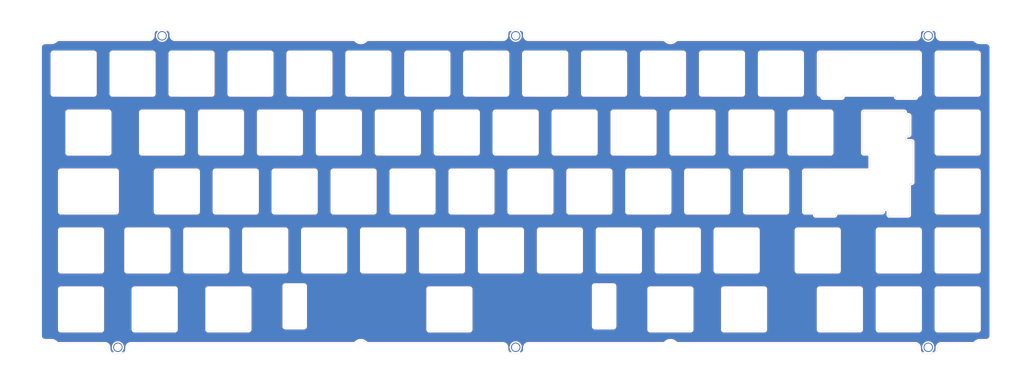
<source format=kicad_pcb>
(kicad_pcb (version 20200518) (host pcbnew "(5.99.0-1913-g40250c427)")
  (layers (0 "F.Cu" signal) (31 "B.Cu" signal) (34 "B.Paste" user) (35 "F.Paste" user) (36 "B.SilkS" user) (37 "F.SilkS" user) (38 "B.Mask" user) (39 "F.Mask" user) (44 "Edge.Cuts" user))
  (net 0 "")
  (module "acheron_MX_PlateSlots:MX100" (layer "F.Cu") (at 69.776553 97.455908)
    (fp_text reference "REF**")
    (fp_text value "MX100")
    (fp_line (start 7 -6.5) (end 7 6.5) (layer "Edge.Cuts") (width 0.010007))
    (fp_line (start -6.5 -7) (end 6.5 -7) (layer "Edge.Cuts") (width 0.010007))
    (fp_arc (start -6.5 6.490924) (end -7 6.490924) (angle -90) (layer "Edge.Cuts") (width 0.010007))
    (fp_line (start -6.5 6.990924) (end 6.5 7) (layer "Edge.Cuts") (width 0.010007))
    (fp_arc (start -6.5 -6.5) (end -6.5 -7) (angle -90) (layer "Edge.Cuts") (width 0.010007))
    (fp_arc (start 6.5 -6.5) (end 7 -6.5) (angle -90) (layer "Edge.Cuts") (width 0.010007))
    (fp_line (start -7 -6.5) (end -7 6.490924) (layer "Edge.Cuts") (width 0.010007))
    (fp_arc (start 6.5 6.5) (end 6.5 7) (angle -90) (layer "Edge.Cuts") (width 0.010007))
  )
  (module "acheron_MX_PlateSlots:MX125" (layer "F.Cu") (at 48.345303 97.455908)
    (fp_text reference "REF**")
    (fp_text value "MX125")
    (fp_line (start 7 -6.5) (end 7 6.5) (layer "Edge.Cuts") (width 0.010007))
    (fp_line (start -6.5 -7) (end 6.5 -7) (layer "Edge.Cuts") (width 0.010007))
    (fp_arc (start -6.5 6.490924) (end -7 6.490924) (angle -90) (layer "Edge.Cuts") (width 0.010007))
    (fp_line (start -6.5 6.990924) (end 6.5 7) (layer "Edge.Cuts") (width 0.010007))
    (fp_arc (start -6.5 -6.5) (end -6.5 -7) (angle -90) (layer "Edge.Cuts") (width 0.010007))
    (fp_arc (start 6.5 -6.5) (end 7 -6.5) (angle -90) (layer "Edge.Cuts") (width 0.010007))
    (fp_line (start -7 -6.5) (end -7 6.490924) (layer "Edge.Cuts") (width 0.010007))
    (fp_arc (start 6.5 6.5) (end 6.5 7) (angle -90) (layer "Edge.Cuts") (width 0.010007))
  )
  (module "MountingHole:MountingHole_2.5mm_Pad" (layer "F.Cu") (at 322.189041 28.055924)
    (fp_text reference "REF**" hide)
    (fp_text value "MountingHole_2.5mm_Pad")
    (pad "1" thru_hole circle (at 0 0) (size 3 3) (drill 2.4) (layers *.Cu *.Mask))
  )
  (module "MountingHole:MountingHole_2.5mm_Pad" (layer "F.Cu") (at 322.189041 128.755912)
    (fp_text reference "REF**" hide)
    (fp_text value "MountingHole_2.5mm_Pad")
    (pad "1" thru_hole circle (at 0 0) (size 3 3) (drill 2.4) (layers *.Cu *.Mask))
  )
  (module "MountingHole:MountingHole_2.5mm_Pad" (layer "F.Cu") (at 188.839047 128.755913)
    (fp_text reference "REF**" hide)
    (fp_text value "MountingHole_2.5mm_Pad")
    (pad "1" thru_hole circle (at 0 0) (size 3 3) (drill 2.4) (layers *.Cu *.Mask))
  )
  (module "MountingHole:MountingHole_2.5mm_Pad" (layer "F.Cu") (at 60.251541 128.755912)
    (fp_text reference "REF**" hide)
    (fp_text value "MountingHole_2.5mm_Pad")
    (pad "1" thru_hole circle (at 0 0) (size 3 3) (drill 2.4) (layers *.Cu *.Mask))
  )
  (module "MountingHole:MountingHole_2.5mm_Pad" (layer "F.Cu") (at 74.539041 28.055924)
    (fp_text reference "REF**" hide)
    (fp_text value "MountingHole_2.5mm_Pad")
    (pad "1" thru_hole circle (at 0 0) (size 3 3) (drill 2.4) (layers *.Cu *.Mask))
  )
  (module "MountingHole:MountingHole_2.5mm_Pad" (layer "F.Cu") (at 188.839033 28.055924)
    (fp_text reference "REF**" hide)
    (fp_text value "MountingHole_2.5mm_Pad")
    (pad "1" thru_hole circle (at 0 0) (size 3 3) (drill 2.4) (layers *.Cu *.Mask))
  )
  (module "acheron_MX_PlateSlots:MX125" (layer "F.Cu") (at 262.657803 116.505908)
    (fp_text reference "REF**")
    (fp_text value "MX125")
    (fp_line (start 7 -6.5) (end 7 6.5) (layer "Edge.Cuts") (width 0.010007))
    (fp_line (start -6.5 -7) (end 6.5 -7) (layer "Edge.Cuts") (width 0.010007))
    (fp_arc (start -6.5 6.490924) (end -7 6.490924) (angle -90) (layer "Edge.Cuts") (width 0.010007))
    (fp_line (start -6.5 6.990924) (end 6.5 7) (layer "Edge.Cuts") (width 0.010007))
    (fp_arc (start -6.5 -6.5) (end -6.5 -7) (angle -90) (layer "Edge.Cuts") (width 0.010007))
    (fp_arc (start 6.5 -6.5) (end 7 -6.5) (angle -90) (layer "Edge.Cuts") (width 0.010007))
    (fp_line (start -7 -6.5) (end -7 6.490924) (layer "Edge.Cuts") (width 0.010007))
    (fp_arc (start 6.5 6.5) (end 6.5 7) (angle -90) (layer "Edge.Cuts") (width 0.010007))
  )
  (module "acheron_MX_PlateSlots:MX125" (layer "F.Cu") (at 238.845303 116.505908)
    (fp_text reference "REF**")
    (fp_text value "MX125")
    (fp_arc (start 6.5 6.5) (end 6.5 7) (angle -90) (layer "Edge.Cuts") (width 0.010007))
    (fp_line (start -7 -6.5) (end -7 6.490924) (layer "Edge.Cuts") (width 0.010007))
    (fp_arc (start 6.5 -6.5) (end 7 -6.5) (angle -90) (layer "Edge.Cuts") (width 0.010007))
    (fp_arc (start -6.5 -6.5) (end -6.5 -7) (angle -90) (layer "Edge.Cuts") (width 0.010007))
    (fp_line (start -6.5 6.990924) (end 6.5 7) (layer "Edge.Cuts") (width 0.010007))
    (fp_arc (start -6.5 6.490924) (end -7 6.490924) (angle -90) (layer "Edge.Cuts") (width 0.010007))
    (fp_line (start -6.5 -7) (end 6.5 -7) (layer "Edge.Cuts") (width 0.010007))
    (fp_line (start 7 -6.5) (end 7 6.5) (layer "Edge.Cuts") (width 0.010007))
  )
  (module "acheron_MX_PlateSlots:MX625" (layer "F.Cu") (at 167.407803 116.505908 180)
    (fp_text reference "REF**")
    (fp_text value "MX625")
    (fp_line (start 6.999672 -6.499992) (end 6.999672 6.500007) (layer "Edge.Cuts") (width 0.010007))
    (fp_arc (start -47.00625 7.500008) (end -47.00625 8.000008) (angle -90) (layer "Edge.Cuts") (width 0.010007))
    (fp_arc (start -53.00625 7.500008) (end -53.50625 7.500008) (angle -90) (layer "Edge.Cuts") (width 0.010007))
    (fp_arc (start -47.00625 -5.5) (end -46.50625 -5.5) (angle -90) (layer "Edge.Cuts") (width 0.010007))
    (fp_arc (start -53.00625 -5.5) (end -53.00625 -6) (angle -90) (layer "Edge.Cuts") (width 0.010007))
    (fp_arc (start 47.00625 7.5) (end 46.50625 7.5) (angle -90) (layer "Edge.Cuts") (width 0.010007))
    (fp_arc (start 53.00625 -5.5) (end 53.50625 -5.5) (angle -90) (layer "Edge.Cuts") (width 0.010007))
    (fp_arc (start 47.00625 -5.5) (end 47.00625 -6) (angle -90) (layer "Edge.Cuts") (width 0.010007))
    (fp_line (start 53.50625 -5.5) (end 53.50625 7.5) (layer "Edge.Cuts") (width 0.010007))
    (fp_line (start 46.50625 -5.5) (end 46.50625 7.5) (layer "Edge.Cuts") (width 0.010007))
    (fp_line (start -46.50625 -5.499992) (end -46.50625 7.500008) (layer "Edge.Cuts") (width 0.010007))
    (fp_line (start -53.50625 -5.499992) (end -53.50625 7.5) (layer "Edge.Cuts") (width 0.010007))
    (fp_line (start -53.00625 8.000008) (end -47.00625 8.000008) (layer "Edge.Cuts") (width 0.010007))
    (fp_line (start -53.00625 -5.999992) (end -47.00625 -6) (layer "Edge.Cuts") (width 0.010007))
    (fp_arc (start 53.00625 7.5) (end 53.00625 8) (angle -90) (layer "Edge.Cuts") (width 0.010007))
    (fp_line (start 47.00625 8) (end 53.00625 8) (layer "Edge.Cuts") (width 0.010007))
    (fp_line (start 47.00625 -6) (end 53.00625 -6) (layer "Edge.Cuts") (width 0.010007))
    (fp_arc (start 6.499672 6.500007) (end 6.499672 7.000007) (angle -90) (layer "Edge.Cuts") (width 0.010007))
    (fp_line (start -6.5 -7) (end 6.5 -7) (layer "Edge.Cuts") (width 0.010007))
    (fp_arc (start -6.5 6.5) (end -7 6.5) (angle -90) (layer "Edge.Cuts") (width 0.010007))
    (fp_line (start -6.5 7) (end 6.5 7) (layer "Edge.Cuts") (width 0.010007))
    (fp_arc (start -6.5 -6.5) (end -6.5 -7) (angle -90) (layer "Edge.Cuts") (width 0.010007))
    (fp_arc (start 6.5 -6.5) (end 7 -6.5) (angle -90) (layer "Edge.Cuts") (width 0.010007))
    (fp_line (start -7 -6.5) (end -7 6.5) (layer "Edge.Cuts") (width 0.010007))
  )
  (module "acheron_MX_PlateSlots:MX125" (layer "F.Cu") (at 95.970303 116.505908)
    (fp_text reference "REF**")
    (fp_text value "MX125")
    (fp_line (start 7 -6.5) (end 7 6.5) (layer "Edge.Cuts") (width 0.010007))
    (fp_line (start -6.5 -7) (end 6.5 -7) (layer "Edge.Cuts") (width 0.010007))
    (fp_arc (start -6.5 6.490924) (end -7 6.490924) (angle -90) (layer "Edge.Cuts") (width 0.010007))
    (fp_line (start -6.5 6.990924) (end 6.5 7) (layer "Edge.Cuts") (width 0.010007))
    (fp_arc (start -6.5 -6.5) (end -6.5 -7) (angle -90) (layer "Edge.Cuts") (width 0.010007))
    (fp_arc (start 6.5 -6.5) (end 7 -6.5) (angle -90) (layer "Edge.Cuts") (width 0.010007))
    (fp_line (start -7 -6.5) (end -7 6.490924) (layer "Edge.Cuts") (width 0.010007))
    (fp_arc (start 6.5 6.5) (end 6.5 7) (angle -90) (layer "Edge.Cuts") (width 0.010007))
  )
  (module "acheron_MX_PlateSlots:MX125" (layer "F.Cu") (at 72.157803 116.505908)
    (fp_text reference "REF**")
    (fp_text value "MX125")
    (fp_arc (start 6.5 6.5) (end 6.5 7) (angle -90) (layer "Edge.Cuts") (width 0.010007))
    (fp_line (start -7 -6.5) (end -7 6.490924) (layer "Edge.Cuts") (width 0.010007))
    (fp_arc (start 6.5 -6.5) (end 7 -6.5) (angle -90) (layer "Edge.Cuts") (width 0.010007))
    (fp_arc (start -6.5 -6.5) (end -6.5 -7) (angle -90) (layer "Edge.Cuts") (width 0.010007))
    (fp_line (start -6.5 6.990924) (end 6.5 7) (layer "Edge.Cuts") (width 0.010007))
    (fp_arc (start -6.5 6.490924) (end -7 6.490924) (angle -90) (layer "Edge.Cuts") (width 0.010007))
    (fp_line (start -6.5 -7) (end 6.5 -7) (layer "Edge.Cuts") (width 0.010007))
    (fp_line (start 7 -6.5) (end 7 6.5) (layer "Edge.Cuts") (width 0.010007))
  )
  (module "acheron_MX_PlateSlots:MX125" (layer "F.Cu") (at 48.345303 116.505908)
    (fp_text reference "REF**")
    (fp_text value "MX125")
    (fp_line (start 7 -6.5) (end 7 6.5) (layer "Edge.Cuts") (width 0.010007))
    (fp_line (start -6.5 -7) (end 6.5 -7) (layer "Edge.Cuts") (width 0.010007))
    (fp_arc (start -6.5 6.490924) (end -7 6.490924) (angle -90) (layer "Edge.Cuts") (width 0.010007))
    (fp_line (start -6.5 6.990924) (end 6.5 7) (layer "Edge.Cuts") (width 0.010007))
    (fp_arc (start -6.5 -6.5) (end -6.5 -7) (angle -90) (layer "Edge.Cuts") (width 0.010007))
    (fp_arc (start 6.5 -6.5) (end 7 -6.5) (angle -90) (layer "Edge.Cuts") (width 0.010007))
    (fp_line (start -7 -6.5) (end -7 6.490924) (layer "Edge.Cuts") (width 0.010007))
    (fp_arc (start 6.5 6.5) (end 6.5 7) (angle -90) (layer "Edge.Cuts") (width 0.010007))
  )
  (module "acheron_MX_PlateSlots:MX100" (layer "F.Cu") (at 293.614053 116.505908)
    (fp_text reference "REF**")
    (fp_text value "MX100")
    (fp_line (start 7 -6.5) (end 7 6.5) (layer "Edge.Cuts") (width 0.010007))
    (fp_line (start -6.5 -7) (end 6.5 -7) (layer "Edge.Cuts") (width 0.010007))
    (fp_arc (start -6.5 6.490924) (end -7 6.490924) (angle -90) (layer "Edge.Cuts") (width 0.010007))
    (fp_line (start -6.5 6.990924) (end 6.5 7) (layer "Edge.Cuts") (width 0.010007))
    (fp_arc (start -6.5 -6.5) (end -6.5 -7) (angle -90) (layer "Edge.Cuts") (width 0.010007))
    (fp_arc (start 6.5 -6.5) (end 7 -6.5) (angle -90) (layer "Edge.Cuts") (width 0.010007))
    (fp_line (start -7 -6.5) (end -7 6.490924) (layer "Edge.Cuts") (width 0.010007))
    (fp_arc (start 6.5 6.5) (end 6.5 7) (angle -90) (layer "Edge.Cuts") (width 0.010007))
  )
  (module "acheron_MX_PlateSlots:MX100" (layer "F.Cu") (at 331.714053 116.505908)
    (fp_text reference "REF**")
    (fp_text value "MX100")
    (fp_arc (start 6.5 6.5) (end 6.5 7) (angle -90) (layer "Edge.Cuts") (width 0.010007))
    (fp_line (start -7 -6.5) (end -7 6.490924) (layer "Edge.Cuts") (width 0.010007))
    (fp_arc (start 6.5 -6.5) (end 7 -6.5) (angle -90) (layer "Edge.Cuts") (width 0.010007))
    (fp_arc (start -6.5 -6.5) (end -6.5 -7) (angle -90) (layer "Edge.Cuts") (width 0.010007))
    (fp_line (start -6.5 6.990924) (end 6.5 7) (layer "Edge.Cuts") (width 0.010007))
    (fp_arc (start -6.5 6.490924) (end -7 6.490924) (angle -90) (layer "Edge.Cuts") (width 0.010007))
    (fp_line (start -6.5 -7) (end 6.5 -7) (layer "Edge.Cuts") (width 0.010007))
    (fp_line (start 7 -6.5) (end 7 6.5) (layer "Edge.Cuts") (width 0.010007))
  )
  (module "acheron_MX_PlateSlots:MX100" (layer "F.Cu") (at 312.664053 116.505908)
    (fp_text reference "REF**")
    (fp_text value "MX100")
    (fp_line (start 7 -6.5) (end 7 6.5) (layer "Edge.Cuts") (width 0.010007))
    (fp_line (start -6.5 -7) (end 6.5 -7) (layer "Edge.Cuts") (width 0.010007))
    (fp_arc (start -6.5 6.490924) (end -7 6.490924) (angle -90) (layer "Edge.Cuts") (width 0.010007))
    (fp_line (start -6.5 6.990924) (end 6.5 7) (layer "Edge.Cuts") (width 0.010007))
    (fp_arc (start -6.5 -6.5) (end -6.5 -7) (angle -90) (layer "Edge.Cuts") (width 0.010007))
    (fp_arc (start 6.5 -6.5) (end 7 -6.5) (angle -90) (layer "Edge.Cuts") (width 0.010007))
    (fp_line (start -7 -6.5) (end -7 6.490924) (layer "Edge.Cuts") (width 0.010007))
    (fp_arc (start 6.5 6.5) (end 6.5 7) (angle -90) (layer "Edge.Cuts") (width 0.010007))
  )
  (module "acheron_MX_PlateSlots:MX100" (layer "F.Cu") (at 312.664053 97.455908)
    (fp_text reference "REF**")
    (fp_text value "MX100")
    (fp_arc (start 6.5 6.5) (end 6.5 7) (angle -90) (layer "Edge.Cuts") (width 0.010007))
    (fp_line (start -7 -6.5) (end -7 6.490924) (layer "Edge.Cuts") (width 0.010007))
    (fp_arc (start 6.5 -6.5) (end 7 -6.5) (angle -90) (layer "Edge.Cuts") (width 0.010007))
    (fp_arc (start -6.5 -6.5) (end -6.5 -7) (angle -90) (layer "Edge.Cuts") (width 0.010007))
    (fp_line (start -6.5 6.990924) (end 6.5 7) (layer "Edge.Cuts") (width 0.010007))
    (fp_arc (start -6.5 6.490924) (end -7 6.490924) (angle -90) (layer "Edge.Cuts") (width 0.010007))
    (fp_line (start -6.5 -7) (end 6.5 -7) (layer "Edge.Cuts") (width 0.010007))
    (fp_line (start 7 -6.5) (end 7 6.5) (layer "Edge.Cuts") (width 0.010007))
  )
  (module "acheron_MX_PlateSlots:MX175" (layer "F.Cu") (at 286.470303 97.455908)
    (fp_text reference "REF**")
    (fp_text value "MX175")
    (fp_line (start 7 -6.5) (end 7 6.5) (layer "Edge.Cuts") (width 0.010007))
    (fp_line (start -6.5 -7) (end 6.5 -7) (layer "Edge.Cuts") (width 0.010007))
    (fp_arc (start -6.5 6.490924) (end -7 6.490924) (angle -90) (layer "Edge.Cuts") (width 0.010007))
    (fp_line (start -6.5 6.990924) (end 6.5 7) (layer "Edge.Cuts") (width 0.010007))
    (fp_arc (start -6.5 -6.5) (end -6.5 -7) (angle -90) (layer "Edge.Cuts") (width 0.010007))
    (fp_arc (start 6.5 -6.5) (end 7 -6.5) (angle -90) (layer "Edge.Cuts") (width 0.010007))
    (fp_line (start -7 -6.5) (end -7 6.490924) (layer "Edge.Cuts") (width 0.010007))
    (fp_arc (start 6.5 6.5) (end 6.5 7) (angle -90) (layer "Edge.Cuts") (width 0.010007))
  )
  (module "acheron_MX_PlateSlots:MX100" (layer "F.Cu") (at 331.714053 97.455908)
    (fp_text reference "REF**")
    (fp_text value "MX100")
    (fp_line (start 7 -6.5) (end 7 6.5) (layer "Edge.Cuts") (width 0.010007))
    (fp_line (start -6.5 -7) (end 6.5 -7) (layer "Edge.Cuts") (width 0.010007))
    (fp_arc (start -6.5 6.490924) (end -7 6.490924) (angle -90) (layer "Edge.Cuts") (width 0.010007))
    (fp_line (start -6.5 6.990924) (end 6.5 7) (layer "Edge.Cuts") (width 0.010007))
    (fp_arc (start -6.5 -6.5) (end -6.5 -7) (angle -90) (layer "Edge.Cuts") (width 0.010007))
    (fp_arc (start 6.5 -6.5) (end 7 -6.5) (angle -90) (layer "Edge.Cuts") (width 0.010007))
    (fp_line (start -7 -6.5) (end -7 6.490924) (layer "Edge.Cuts") (width 0.010007))
    (fp_arc (start 6.5 6.5) (end 6.5 7) (angle -90) (layer "Edge.Cuts") (width 0.010007))
  )
  (module "acheron_MX_PlateSlots:MX100" (layer "F.Cu") (at 331.714053 78.405908)
    (fp_text reference "REF**")
    (fp_text value "MX100")
    (fp_arc (start 6.5 6.5) (end 6.5 7) (angle -90) (layer "Edge.Cuts") (width 0.010007))
    (fp_line (start -7 -6.5) (end -7 6.490924) (layer "Edge.Cuts") (width 0.010007))
    (fp_arc (start 6.5 -6.5) (end 7 -6.5) (angle -90) (layer "Edge.Cuts") (width 0.010007))
    (fp_arc (start -6.5 -6.5) (end -6.5 -7) (angle -90) (layer "Edge.Cuts") (width 0.010007))
    (fp_line (start -6.5 6.990924) (end 6.5 7) (layer "Edge.Cuts") (width 0.010007))
    (fp_arc (start -6.5 6.490924) (end -7 6.490924) (angle -90) (layer "Edge.Cuts") (width 0.010007))
    (fp_line (start -6.5 -7) (end 6.5 -7) (layer "Edge.Cuts") (width 0.010007))
    (fp_line (start 7 -6.5) (end 7 6.5) (layer "Edge.Cuts") (width 0.010007))
  )
  (module "acheron_MX_PlateSlots:MX100" (layer "F.Cu") (at 331.714053 59.355908)
    (fp_text reference "REF**")
    (fp_text value "MX100")
    (fp_line (start 7 -6.5) (end 7 6.5) (layer "Edge.Cuts") (width 0.010007))
    (fp_line (start -6.5 -7) (end 6.5 -7) (layer "Edge.Cuts") (width 0.010007))
    (fp_arc (start -6.5 6.490924) (end -7 6.490924) (angle -90) (layer "Edge.Cuts") (width 0.010007))
    (fp_line (start -6.5 6.990924) (end 6.5 7) (layer "Edge.Cuts") (width 0.010007))
    (fp_arc (start -6.5 -6.5) (end -6.5 -7) (angle -90) (layer "Edge.Cuts") (width 0.010007))
    (fp_arc (start 6.5 -6.5) (end 7 -6.5) (angle -90) (layer "Edge.Cuts") (width 0.010007))
    (fp_line (start -7 -6.5) (end -7 6.490924) (layer "Edge.Cuts") (width 0.010007))
    (fp_arc (start 6.5 6.5) (end 6.5 7) (angle -90) (layer "Edge.Cuts") (width 0.010007))
  )
  (module "acheron_MX_PlateSlots:MX100" (layer "F.Cu") (at 260.276553 97.455908)
    (fp_text reference "REF**")
    (fp_text value "MX100")
    (fp_arc (start 6.5 6.5) (end 6.5 7) (angle -90) (layer "Edge.Cuts") (width 0.010007))
    (fp_line (start -7 -6.5) (end -7 6.490924) (layer "Edge.Cuts") (width 0.010007))
    (fp_arc (start 6.5 -6.5) (end 7 -6.5) (angle -90) (layer "Edge.Cuts") (width 0.010007))
    (fp_arc (start -6.5 -6.5) (end -6.5 -7) (angle -90) (layer "Edge.Cuts") (width 0.010007))
    (fp_line (start -6.5 6.990924) (end 6.5 7) (layer "Edge.Cuts") (width 0.010007))
    (fp_arc (start -6.5 6.490924) (end -7 6.490924) (angle -90) (layer "Edge.Cuts") (width 0.010007))
    (fp_line (start -6.5 -7) (end 6.5 -7) (layer "Edge.Cuts") (width 0.010007))
    (fp_line (start 7 -6.5) (end 7 6.5) (layer "Edge.Cuts") (width 0.010007))
  )
  (module "acheron_MX_PlateSlots:MX100" (layer "F.Cu") (at 241.226553 97.455908)
    (fp_text reference "REF**")
    (fp_text value "MX100")
    (fp_line (start 7 -6.5) (end 7 6.5) (layer "Edge.Cuts") (width 0.010007))
    (fp_line (start -6.5 -7) (end 6.5 -7) (layer "Edge.Cuts") (width 0.010007))
    (fp_arc (start -6.5 6.490924) (end -7 6.490924) (angle -90) (layer "Edge.Cuts") (width 0.010007))
    (fp_line (start -6.5 6.990924) (end 6.5 7) (layer "Edge.Cuts") (width 0.010007))
    (fp_arc (start -6.5 -6.5) (end -6.5 -7) (angle -90) (layer "Edge.Cuts") (width 0.010007))
    (fp_arc (start 6.5 -6.5) (end 7 -6.5) (angle -90) (layer "Edge.Cuts") (width 0.010007))
    (fp_line (start -7 -6.5) (end -7 6.490924) (layer "Edge.Cuts") (width 0.010007))
    (fp_arc (start 6.5 6.5) (end 6.5 7) (angle -90) (layer "Edge.Cuts") (width 0.010007))
  )
  (module "acheron_MX_PlateSlots:MX100" (layer "F.Cu") (at 222.176553 97.455908)
    (fp_text reference "REF**")
    (fp_text value "MX100")
    (fp_line (start 7 -6.5) (end 7 6.5) (layer "Edge.Cuts") (width 0.010007))
    (fp_line (start -6.5 -7) (end 6.5 -7) (layer "Edge.Cuts") (width 0.010007))
    (fp_arc (start -6.5 6.490924) (end -7 6.490924) (angle -90) (layer "Edge.Cuts") (width 0.010007))
    (fp_line (start -6.5 6.990924) (end 6.5 7) (layer "Edge.Cuts") (width 0.010007))
    (fp_arc (start -6.5 -6.5) (end -6.5 -7) (angle -90) (layer "Edge.Cuts") (width 0.010007))
    (fp_arc (start 6.5 -6.5) (end 7 -6.5) (angle -90) (layer "Edge.Cuts") (width 0.010007))
    (fp_line (start -7 -6.5) (end -7 6.490924) (layer "Edge.Cuts") (width 0.010007))
    (fp_arc (start 6.5 6.5) (end 6.5 7) (angle -90) (layer "Edge.Cuts") (width 0.010007))
  )
  (module "acheron_MX_PlateSlots:MX100" (layer "F.Cu") (at 145.976553 97.455908)
    (fp_text reference "REF**")
    (fp_text value "MX100")
    (fp_arc (start 6.5 6.5) (end 6.5 7) (angle -90) (layer "Edge.Cuts") (width 0.010007))
    (fp_line (start -7 -6.5) (end -7 6.490924) (layer "Edge.Cuts") (width 0.010007))
    (fp_arc (start 6.5 -6.5) (end 7 -6.5) (angle -90) (layer "Edge.Cuts") (width 0.010007))
    (fp_arc (start -6.5 -6.5) (end -6.5 -7) (angle -90) (layer "Edge.Cuts") (width 0.010007))
    (fp_line (start -6.5 6.990924) (end 6.5 7) (layer "Edge.Cuts") (width 0.010007))
    (fp_arc (start -6.5 6.490924) (end -7 6.490924) (angle -90) (layer "Edge.Cuts") (width 0.010007))
    (fp_line (start -6.5 -7) (end 6.5 -7) (layer "Edge.Cuts") (width 0.010007))
    (fp_line (start 7 -6.5) (end 7 6.5) (layer "Edge.Cuts") (width 0.010007))
  )
  (module "acheron_MX_PlateSlots:MX100" (layer "F.Cu") (at 107.876553 97.455908)
    (fp_text reference "REF**")
    (fp_text value "MX100")
    (fp_line (start 7 -6.5) (end 7 6.5) (layer "Edge.Cuts") (width 0.010007))
    (fp_line (start -6.5 -7) (end 6.5 -7) (layer "Edge.Cuts") (width 0.010007))
    (fp_arc (start -6.5 6.490924) (end -7 6.490924) (angle -90) (layer "Edge.Cuts") (width 0.010007))
    (fp_line (start -6.5 6.990924) (end 6.5 7) (layer "Edge.Cuts") (width 0.010007))
    (fp_arc (start -6.5 -6.5) (end -6.5 -7) (angle -90) (layer "Edge.Cuts") (width 0.010007))
    (fp_arc (start 6.5 -6.5) (end 7 -6.5) (angle -90) (layer "Edge.Cuts") (width 0.010007))
    (fp_line (start -7 -6.5) (end -7 6.490924) (layer "Edge.Cuts") (width 0.010007))
    (fp_arc (start 6.5 6.5) (end 6.5 7) (angle -90) (layer "Edge.Cuts") (width 0.010007))
  )
  (module "acheron_MX_PlateSlots:MX100" (layer "F.Cu") (at 165.026553 97.455908)
    (fp_text reference "REF**")
    (fp_text value "MX100")
    (fp_line (start 7 -6.5) (end 7 6.5) (layer "Edge.Cuts") (width 0.010007))
    (fp_line (start -6.5 -7) (end 6.5 -7) (layer "Edge.Cuts") (width 0.010007))
    (fp_arc (start -6.5 6.490924) (end -7 6.490924) (angle -90) (layer "Edge.Cuts") (width 0.010007))
    (fp_line (start -6.5 6.990924) (end 6.5 7) (layer "Edge.Cuts") (width 0.010007))
    (fp_arc (start -6.5 -6.5) (end -6.5 -7) (angle -90) (layer "Edge.Cuts") (width 0.010007))
    (fp_arc (start 6.5 -6.5) (end 7 -6.5) (angle -90) (layer "Edge.Cuts") (width 0.010007))
    (fp_line (start -7 -6.5) (end -7 6.490924) (layer "Edge.Cuts") (width 0.010007))
    (fp_arc (start 6.5 6.5) (end 6.5 7) (angle -90) (layer "Edge.Cuts") (width 0.010007))
  )
  (module "acheron_MX_PlateSlots:MX100" (layer "F.Cu") (at 203.126553 97.455908)
    (fp_text reference "REF**")
    (fp_text value "MX100")
    (fp_line (start 7 -6.5) (end 7 6.5) (layer "Edge.Cuts") (width 0.010007))
    (fp_line (start -6.5 -7) (end 6.5 -7) (layer "Edge.Cuts") (width 0.010007))
    (fp_arc (start -6.5 6.490924) (end -7 6.490924) (angle -90) (layer "Edge.Cuts") (width 0.010007))
    (fp_line (start -6.5 6.990924) (end 6.5 7) (layer "Edge.Cuts") (width 0.010007))
    (fp_arc (start -6.5 -6.5) (end -6.5 -7) (angle -90) (layer "Edge.Cuts") (width 0.010007))
    (fp_arc (start 6.5 -6.5) (end 7 -6.5) (angle -90) (layer "Edge.Cuts") (width 0.010007))
    (fp_line (start -7 -6.5) (end -7 6.490924) (layer "Edge.Cuts") (width 0.010007))
    (fp_arc (start 6.5 6.5) (end 6.5 7) (angle -90) (layer "Edge.Cuts") (width 0.010007))
  )
  (module "acheron_MX_PlateSlots:MX100" (layer "F.Cu") (at 184.076553 97.455908)
    (fp_text reference "REF**")
    (fp_text value "MX100")
    (fp_arc (start 6.5 6.5) (end 6.5 7) (angle -90) (layer "Edge.Cuts") (width 0.010007))
    (fp_line (start -7 -6.5) (end -7 6.490924) (layer "Edge.Cuts") (width 0.010007))
    (fp_arc (start 6.5 -6.5) (end 7 -6.5) (angle -90) (layer "Edge.Cuts") (width 0.010007))
    (fp_arc (start -6.5 -6.5) (end -6.5 -7) (angle -90) (layer "Edge.Cuts") (width 0.010007))
    (fp_line (start -6.5 6.990924) (end 6.5 7) (layer "Edge.Cuts") (width 0.010007))
    (fp_arc (start -6.5 6.490924) (end -7 6.490924) (angle -90) (layer "Edge.Cuts") (width 0.010007))
    (fp_line (start -6.5 -7) (end 6.5 -7) (layer "Edge.Cuts") (width 0.010007))
    (fp_line (start 7 -6.5) (end 7 6.5) (layer "Edge.Cuts") (width 0.010007))
  )
  (module "acheron_MX_PlateSlots:MX100" (layer "F.Cu") (at 126.926553 97.455908)
    (fp_text reference "REF**")
    (fp_text value "MX100")
    (fp_arc (start 6.5 6.5) (end 6.5 7) (angle -90) (layer "Edge.Cuts") (width 0.010007))
    (fp_line (start -7 -6.5) (end -7 6.490924) (layer "Edge.Cuts") (width 0.010007))
    (fp_arc (start 6.5 -6.5) (end 7 -6.5) (angle -90) (layer "Edge.Cuts") (width 0.010007))
    (fp_arc (start -6.5 -6.5) (end -6.5 -7) (angle -90) (layer "Edge.Cuts") (width 0.010007))
    (fp_line (start -6.5 6.990924) (end 6.5 7) (layer "Edge.Cuts") (width 0.010007))
    (fp_arc (start -6.5 6.490924) (end -7 6.490924) (angle -90) (layer "Edge.Cuts") (width 0.010007))
    (fp_line (start -6.5 -7) (end 6.5 -7) (layer "Edge.Cuts") (width 0.010007))
    (fp_line (start 7 -6.5) (end 7 6.5) (layer "Edge.Cuts") (width 0.010007))
  )
  (module "acheron_MX_PlateSlots:MX100" (layer "F.Cu") (at 88.826553 97.455908)
    (fp_text reference "REF**")
    (fp_text value "MX100")
    (fp_arc (start 6.5 6.5) (end 6.5 7) (angle -90) (layer "Edge.Cuts") (width 0.010007))
    (fp_line (start -7 -6.5) (end -7 6.490924) (layer "Edge.Cuts") (width 0.010007))
    (fp_arc (start 6.5 -6.5) (end 7 -6.5) (angle -90) (layer "Edge.Cuts") (width 0.010007))
    (fp_arc (start -6.5 -6.5) (end -6.5 -7) (angle -90) (layer "Edge.Cuts") (width 0.010007))
    (fp_line (start -6.5 6.990924) (end 6.5 7) (layer "Edge.Cuts") (width 0.010007))
    (fp_arc (start -6.5 6.490924) (end -7 6.490924) (angle -90) (layer "Edge.Cuts") (width 0.010007))
    (fp_line (start -6.5 -7) (end 6.5 -7) (layer "Edge.Cuts") (width 0.010007))
    (fp_line (start 7 -6.5) (end 7 6.5) (layer "Edge.Cuts") (width 0.010007))
  )
  (module "acheron_MX_PlateSlots:MX100" (layer "F.Cu") (at 174.551553 78.405908)
    (fp_text reference "REF**")
    (fp_text value "MX100")
    (fp_line (start 7 -6.5) (end 7 6.5) (layer "Edge.Cuts") (width 0.010007))
    (fp_line (start -6.5 -7) (end 6.5 -7) (layer "Edge.Cuts") (width 0.010007))
    (fp_arc (start -6.5 6.490924) (end -7 6.490924) (angle -90) (layer "Edge.Cuts") (width 0.010007))
    (fp_line (start -6.5 6.990924) (end 6.5 7) (layer "Edge.Cuts") (width 0.010007))
    (fp_arc (start -6.5 -6.5) (end -6.5 -7) (angle -90) (layer "Edge.Cuts") (width 0.010007))
    (fp_arc (start 6.5 -6.5) (end 7 -6.5) (angle -90) (layer "Edge.Cuts") (width 0.010007))
    (fp_line (start -7 -6.5) (end -7 6.490924) (layer "Edge.Cuts") (width 0.010007))
    (fp_arc (start 6.5 6.5) (end 6.5 7) (angle -90) (layer "Edge.Cuts") (width 0.010007))
  )
  (module "acheron_MX_PlateSlots:MX100" (layer "F.Cu") (at 98.351553 78.405908)
    (fp_text reference "REF**")
    (fp_text value "MX100")
    (fp_arc (start 6.5 6.5) (end 6.5 7) (angle -90) (layer "Edge.Cuts") (width 0.010007))
    (fp_line (start -7 -6.5) (end -7 6.490924) (layer "Edge.Cuts") (width 0.010007))
    (fp_arc (start 6.5 -6.5) (end 7 -6.5) (angle -90) (layer "Edge.Cuts") (width 0.010007))
    (fp_arc (start -6.5 -6.5) (end -6.5 -7) (angle -90) (layer "Edge.Cuts") (width 0.010007))
    (fp_line (start -6.5 6.990924) (end 6.5 7) (layer "Edge.Cuts") (width 0.010007))
    (fp_arc (start -6.5 6.490924) (end -7 6.490924) (angle -90) (layer "Edge.Cuts") (width 0.010007))
    (fp_line (start -6.5 -7) (end 6.5 -7) (layer "Edge.Cuts") (width 0.010007))
    (fp_line (start 7 -6.5) (end 7 6.5) (layer "Edge.Cuts") (width 0.010007))
  )
  (module "acheron_MX_PlateSlots:MX100" (layer "F.Cu") (at 79.301553 78.405908)
    (fp_text reference "REF**")
    (fp_text value "MX100")
    (fp_line (start 7 -6.5) (end 7 6.5) (layer "Edge.Cuts") (width 0.010007))
    (fp_line (start -6.5 -7) (end 6.5 -7) (layer "Edge.Cuts") (width 0.010007))
    (fp_arc (start -6.5 6.490924) (end -7 6.490924) (angle -90) (layer "Edge.Cuts") (width 0.010007))
    (fp_line (start -6.5 6.990924) (end 6.5 7) (layer "Edge.Cuts") (width 0.010007))
    (fp_arc (start -6.5 -6.5) (end -6.5 -7) (angle -90) (layer "Edge.Cuts") (width 0.010007))
    (fp_arc (start 6.5 -6.5) (end 7 -6.5) (angle -90) (layer "Edge.Cuts") (width 0.010007))
    (fp_line (start -7 -6.5) (end -7 6.490924) (layer "Edge.Cuts") (width 0.010007))
    (fp_arc (start 6.5 6.5) (end 6.5 7) (angle -90) (layer "Edge.Cuts") (width 0.010007))
  )
  (module "acheron_MX_PlateSlots:MX100" (layer "F.Cu") (at 155.501553 78.405908)
    (fp_text reference "REF**")
    (fp_text value "MX100")
    (fp_arc (start 6.5 6.5) (end 6.5 7) (angle -90) (layer "Edge.Cuts") (width 0.010007))
    (fp_line (start -7 -6.5) (end -7 6.490924) (layer "Edge.Cuts") (width 0.010007))
    (fp_arc (start 6.5 -6.5) (end 7 -6.5) (angle -90) (layer "Edge.Cuts") (width 0.010007))
    (fp_arc (start -6.5 -6.5) (end -6.5 -7) (angle -90) (layer "Edge.Cuts") (width 0.010007))
    (fp_line (start -6.5 6.990924) (end 6.5 7) (layer "Edge.Cuts") (width 0.010007))
    (fp_arc (start -6.5 6.490924) (end -7 6.490924) (angle -90) (layer "Edge.Cuts") (width 0.010007))
    (fp_line (start -6.5 -7) (end 6.5 -7) (layer "Edge.Cuts") (width 0.010007))
    (fp_line (start 7 -6.5) (end 7 6.5) (layer "Edge.Cuts") (width 0.010007))
  )
  (module "acheron_MX_PlateSlots:MX100" (layer "F.Cu") (at 136.451553 78.405908)
    (fp_text reference "REF**")
    (fp_text value "MX100")
    (fp_line (start 7 -6.5) (end 7 6.5) (layer "Edge.Cuts") (width 0.010007))
    (fp_line (start -6.5 -7) (end 6.5 -7) (layer "Edge.Cuts") (width 0.010007))
    (fp_arc (start -6.5 6.490924) (end -7 6.490924) (angle -90) (layer "Edge.Cuts") (width 0.010007))
    (fp_line (start -6.5 6.990924) (end 6.5 7) (layer "Edge.Cuts") (width 0.010007))
    (fp_arc (start -6.5 -6.5) (end -6.5 -7) (angle -90) (layer "Edge.Cuts") (width 0.010007))
    (fp_arc (start 6.5 -6.5) (end 7 -6.5) (angle -90) (layer "Edge.Cuts") (width 0.010007))
    (fp_line (start -7 -6.5) (end -7 6.490924) (layer "Edge.Cuts") (width 0.010007))
    (fp_arc (start 6.5 6.5) (end 6.5 7) (angle -90) (layer "Edge.Cuts") (width 0.010007))
  )
  (module "acheron_MX_PlateSlots:MX100" (layer "F.Cu") (at 117.401553 78.405908)
    (fp_text reference "REF**")
    (fp_text value "MX100")
    (fp_line (start 7 -6.5) (end 7 6.5) (layer "Edge.Cuts") (width 0.010007))
    (fp_line (start -6.5 -7) (end 6.5 -7) (layer "Edge.Cuts") (width 0.010007))
    (fp_arc (start -6.5 6.490924) (end -7 6.490924) (angle -90) (layer "Edge.Cuts") (width 0.010007))
    (fp_line (start -6.5 6.990924) (end 6.5 7) (layer "Edge.Cuts") (width 0.010007))
    (fp_arc (start -6.5 -6.5) (end -6.5 -7) (angle -90) (layer "Edge.Cuts") (width 0.010007))
    (fp_arc (start 6.5 -6.5) (end 7 -6.5) (angle -90) (layer "Edge.Cuts") (width 0.010007))
    (fp_line (start -7 -6.5) (end -7 6.490924) (layer "Edge.Cuts") (width 0.010007))
    (fp_arc (start 6.5 6.5) (end 6.5 7) (angle -90) (layer "Edge.Cuts") (width 0.010007))
  )
  (module "acheron_MX_PlateSlots:MX100" (layer "F.Cu") (at 250.751553 78.405908)
    (fp_text reference "REF**")
    (fp_text value "MX100")
    (fp_arc (start 6.5 6.5) (end 6.5 7) (angle -90) (layer "Edge.Cuts") (width 0.010007))
    (fp_line (start -7 -6.5) (end -7 6.490924) (layer "Edge.Cuts") (width 0.010007))
    (fp_arc (start 6.5 -6.5) (end 7 -6.5) (angle -90) (layer "Edge.Cuts") (width 0.010007))
    (fp_arc (start -6.5 -6.5) (end -6.5 -7) (angle -90) (layer "Edge.Cuts") (width 0.010007))
    (fp_line (start -6.5 6.990924) (end 6.5 7) (layer "Edge.Cuts") (width 0.010007))
    (fp_arc (start -6.5 6.490924) (end -7 6.490924) (angle -90) (layer "Edge.Cuts") (width 0.010007))
    (fp_line (start -6.5 -7) (end 6.5 -7) (layer "Edge.Cuts") (width 0.010007))
    (fp_line (start 7 -6.5) (end 7 6.5) (layer "Edge.Cuts") (width 0.010007))
  )
  (module "acheron_MX_PlateSlots:MX100" (layer "F.Cu") (at 212.651553 78.405908)
    (fp_text reference "REF**")
    (fp_text value "MX100")
    (fp_line (start 7 -6.5) (end 7 6.5) (layer "Edge.Cuts") (width 0.010007))
    (fp_line (start -6.5 -7) (end 6.5 -7) (layer "Edge.Cuts") (width 0.010007))
    (fp_arc (start -6.5 6.490924) (end -7 6.490924) (angle -90) (layer "Edge.Cuts") (width 0.010007))
    (fp_line (start -6.5 6.990924) (end 6.5 7) (layer "Edge.Cuts") (width 0.010007))
    (fp_arc (start -6.5 -6.5) (end -6.5 -7) (angle -90) (layer "Edge.Cuts") (width 0.010007))
    (fp_arc (start 6.5 -6.5) (end 7 -6.5) (angle -90) (layer "Edge.Cuts") (width 0.010007))
    (fp_line (start -7 -6.5) (end -7 6.490924) (layer "Edge.Cuts") (width 0.010007))
    (fp_arc (start 6.5 6.5) (end 6.5 7) (angle -90) (layer "Edge.Cuts") (width 0.010007))
  )
  (module "acheron_MX_PlateSlots:MX100" (layer "F.Cu") (at 269.801553 78.405908)
    (fp_text reference "REF**")
    (fp_text value "MX100")
    (fp_line (start 7 -6.5) (end 7 6.5) (layer "Edge.Cuts") (width 0.010007))
    (fp_line (start -6.5 -7) (end 6.5 -7) (layer "Edge.Cuts") (width 0.010007))
    (fp_arc (start -6.5 6.490924) (end -7 6.490924) (angle -90) (layer "Edge.Cuts") (width 0.010007))
    (fp_line (start -6.5 6.990924) (end 6.5 7) (layer "Edge.Cuts") (width 0.010007))
    (fp_arc (start -6.5 -6.5) (end -6.5 -7) (angle -90) (layer "Edge.Cuts") (width 0.010007))
    (fp_arc (start 6.5 -6.5) (end 7 -6.5) (angle -90) (layer "Edge.Cuts") (width 0.010007))
    (fp_line (start -7 -6.5) (end -7 6.490924) (layer "Edge.Cuts") (width 0.010007))
    (fp_arc (start 6.5 6.5) (end 6.5 7) (angle -90) (layer "Edge.Cuts") (width 0.010007))
  )
  (module "acheron_MX_PlateSlots:MX100" (layer "F.Cu") (at 231.701553 78.405908)
    (fp_text reference "REF**")
    (fp_text value "MX100")
    (fp_arc (start 6.5 6.5) (end 6.5 7) (angle -90) (layer "Edge.Cuts") (width 0.010007))
    (fp_line (start -7 -6.5) (end -7 6.490924) (layer "Edge.Cuts") (width 0.010007))
    (fp_arc (start 6.5 -6.5) (end 7 -6.5) (angle -90) (layer "Edge.Cuts") (width 0.010007))
    (fp_arc (start -6.5 -6.5) (end -6.5 -7) (angle -90) (layer "Edge.Cuts") (width 0.010007))
    (fp_line (start -6.5 6.990924) (end 6.5 7) (layer "Edge.Cuts") (width 0.010007))
    (fp_arc (start -6.5 6.490924) (end -7 6.490924) (angle -90) (layer "Edge.Cuts") (width 0.010007))
    (fp_line (start -6.5 -7) (end 6.5 -7) (layer "Edge.Cuts") (width 0.010007))
    (fp_line (start 7 -6.5) (end 7 6.5) (layer "Edge.Cuts") (width 0.010007))
  )
  (module "acheron_MX_PlateSlots:MX100" (layer "F.Cu") (at 193.601553 78.405908)
    (fp_text reference "REF**")
    (fp_text value "MX100")
    (fp_arc (start 6.5 6.5) (end 6.5 7) (angle -90) (layer "Edge.Cuts") (width 0.010007))
    (fp_line (start -7 -6.5) (end -7 6.490924) (layer "Edge.Cuts") (width 0.010007))
    (fp_arc (start 6.5 -6.5) (end 7 -6.5) (angle -90) (layer "Edge.Cuts") (width 0.010007))
    (fp_arc (start -6.5 -6.5) (end -6.5 -7) (angle -90) (layer "Edge.Cuts") (width 0.010007))
    (fp_line (start -6.5 6.990924) (end 6.5 7) (layer "Edge.Cuts") (width 0.010007))
    (fp_arc (start -6.5 6.490924) (end -7 6.490924) (angle -90) (layer "Edge.Cuts") (width 0.010007))
    (fp_line (start -6.5 -7) (end 6.5 -7) (layer "Edge.Cuts") (width 0.010007))
    (fp_line (start 7 -6.5) (end 7 6.5) (layer "Edge.Cuts") (width 0.010007))
  )
  (module "acheron_MX_PlateSlots:MX100" (layer "F.Cu") (at 284.089053 59.355908)
    (fp_text reference "REF**")
    (fp_text value "MX100")
    (fp_arc (start 6.5 6.5) (end 6.5 7) (angle -90) (layer "Edge.Cuts") (width 0.010007))
    (fp_line (start -7 -6.5) (end -7 6.490924) (layer "Edge.Cuts") (width 0.010007))
    (fp_arc (start 6.5 -6.5) (end 7 -6.5) (angle -90) (layer "Edge.Cuts") (width 0.010007))
    (fp_arc (start -6.5 -6.5) (end -6.5 -7) (angle -90) (layer "Edge.Cuts") (width 0.010007))
    (fp_line (start -6.5 6.990924) (end 6.5 7) (layer "Edge.Cuts") (width 0.010007))
    (fp_arc (start -6.5 6.490924) (end -7 6.490924) (angle -90) (layer "Edge.Cuts") (width 0.010007))
    (fp_line (start -6.5 -7) (end 6.5 -7) (layer "Edge.Cuts") (width 0.010007))
    (fp_line (start 7 -6.5) (end 7 6.5) (layer "Edge.Cuts") (width 0.010007))
  )
  (module "acheron_MX_PlateSlots:MX100" (layer "F.Cu") (at 131.689053 59.355908)
    (fp_text reference "REF**")
    (fp_text value "MX100")
    (fp_arc (start 6.5 6.5) (end 6.5 7) (angle -90) (layer "Edge.Cuts") (width 0.010007))
    (fp_line (start -7 -6.5) (end -7 6.490924) (layer "Edge.Cuts") (width 0.010007))
    (fp_arc (start 6.5 -6.5) (end 7 -6.5) (angle -90) (layer "Edge.Cuts") (width 0.010007))
    (fp_arc (start -6.5 -6.5) (end -6.5 -7) (angle -90) (layer "Edge.Cuts") (width 0.010007))
    (fp_line (start -6.5 6.990924) (end 6.5 7) (layer "Edge.Cuts") (width 0.010007))
    (fp_arc (start -6.5 6.490924) (end -7 6.490924) (angle -90) (layer "Edge.Cuts") (width 0.010007))
    (fp_line (start -6.5 -7) (end 6.5 -7) (layer "Edge.Cuts") (width 0.010007))
    (fp_line (start 7 -6.5) (end 7 6.5) (layer "Edge.Cuts") (width 0.010007))
  )
  (module "acheron_MX_PlateSlots:MX100" (layer "F.Cu") (at 245.989053 59.355908)
    (fp_text reference "REF**")
    (fp_text value "MX100")
    (fp_line (start 7 -6.5) (end 7 6.5) (layer "Edge.Cuts") (width 0.010007))
    (fp_line (start -6.5 -7) (end 6.5 -7) (layer "Edge.Cuts") (width 0.010007))
    (fp_arc (start -6.5 6.490924) (end -7 6.490924) (angle -90) (layer "Edge.Cuts") (width 0.010007))
    (fp_line (start -6.5 6.990924) (end 6.5 7) (layer "Edge.Cuts") (width 0.010007))
    (fp_arc (start -6.5 -6.5) (end -6.5 -7) (angle -90) (layer "Edge.Cuts") (width 0.010007))
    (fp_arc (start 6.5 -6.5) (end 7 -6.5) (angle -90) (layer "Edge.Cuts") (width 0.010007))
    (fp_line (start -7 -6.5) (end -7 6.490924) (layer "Edge.Cuts") (width 0.010007))
    (fp_arc (start 6.5 6.5) (end 6.5 7) (angle -90) (layer "Edge.Cuts") (width 0.010007))
  )
  (module "acheron_MX_PlateSlots:MX100" (layer "F.Cu") (at 207.889053 59.355908)
    (fp_text reference "REF**")
    (fp_text value "MX100")
    (fp_line (start 7 -6.5) (end 7 6.5) (layer "Edge.Cuts") (width 0.010007))
    (fp_line (start -6.5 -7) (end 6.5 -7) (layer "Edge.Cuts") (width 0.010007))
    (fp_arc (start -6.5 6.490924) (end -7 6.490924) (angle -90) (layer "Edge.Cuts") (width 0.010007))
    (fp_line (start -6.5 6.990924) (end 6.5 7) (layer "Edge.Cuts") (width 0.010007))
    (fp_arc (start -6.5 -6.5) (end -6.5 -7) (angle -90) (layer "Edge.Cuts") (width 0.010007))
    (fp_arc (start 6.5 -6.5) (end 7 -6.5) (angle -90) (layer "Edge.Cuts") (width 0.010007))
    (fp_line (start -7 -6.5) (end -7 6.490924) (layer "Edge.Cuts") (width 0.010007))
    (fp_arc (start 6.5 6.5) (end 6.5 7) (angle -90) (layer "Edge.Cuts") (width 0.010007))
  )
  (module "acheron_MX_PlateSlots:MX100" (layer "F.Cu") (at 150.739053 59.355908)
    (fp_text reference "REF**")
    (fp_text value "MX100")
    (fp_line (start 7 -6.5) (end 7 6.5) (layer "Edge.Cuts") (width 0.010007))
    (fp_line (start -6.5 -7) (end 6.5 -7) (layer "Edge.Cuts") (width 0.010007))
    (fp_arc (start -6.5 6.490924) (end -7 6.490924) (angle -90) (layer "Edge.Cuts") (width 0.010007))
    (fp_line (start -6.5 6.990924) (end 6.5 7) (layer "Edge.Cuts") (width 0.010007))
    (fp_arc (start -6.5 -6.5) (end -6.5 -7) (angle -90) (layer "Edge.Cuts") (width 0.010007))
    (fp_arc (start 6.5 -6.5) (end 7 -6.5) (angle -90) (layer "Edge.Cuts") (width 0.010007))
    (fp_line (start -7 -6.5) (end -7 6.490924) (layer "Edge.Cuts") (width 0.010007))
    (fp_arc (start 6.5 6.5) (end 6.5 7) (angle -90) (layer "Edge.Cuts") (width 0.010007))
  )
  (module "acheron_MX_PlateSlots:MX100" (layer "F.Cu") (at 93.589053 59.355908)
    (fp_text reference "REF**")
    (fp_text value "MX100")
    (fp_line (start 7 -6.5) (end 7 6.5) (layer "Edge.Cuts") (width 0.010007))
    (fp_line (start -6.5 -7) (end 6.5 -7) (layer "Edge.Cuts") (width 0.010007))
    (fp_arc (start -6.5 6.490924) (end -7 6.490924) (angle -90) (layer "Edge.Cuts") (width 0.010007))
    (fp_line (start -6.5 6.990924) (end 6.5 7) (layer "Edge.Cuts") (width 0.010007))
    (fp_arc (start -6.5 -6.5) (end -6.5 -7) (angle -90) (layer "Edge.Cuts") (width 0.010007))
    (fp_arc (start 6.5 -6.5) (end 7 -6.5) (angle -90) (layer "Edge.Cuts") (width 0.010007))
    (fp_line (start -7 -6.5) (end -7 6.490924) (layer "Edge.Cuts") (width 0.010007))
    (fp_arc (start 6.5 6.5) (end 6.5 7) (angle -90) (layer "Edge.Cuts") (width 0.010007))
  )
  (module "acheron_MX_PlateSlots:MX100" (layer "F.Cu") (at 226.939053 59.355908)
    (fp_text reference "REF**")
    (fp_text value "MX100")
    (fp_arc (start 6.5 6.5) (end 6.5 7) (angle -90) (layer "Edge.Cuts") (width 0.010007))
    (fp_line (start -7 -6.5) (end -7 6.490924) (layer "Edge.Cuts") (width 0.010007))
    (fp_arc (start 6.5 -6.5) (end 7 -6.5) (angle -90) (layer "Edge.Cuts") (width 0.010007))
    (fp_arc (start -6.5 -6.5) (end -6.5 -7) (angle -90) (layer "Edge.Cuts") (width 0.010007))
    (fp_line (start -6.5 6.990924) (end 6.5 7) (layer "Edge.Cuts") (width 0.010007))
    (fp_arc (start -6.5 6.490924) (end -7 6.490924) (angle -90) (layer "Edge.Cuts") (width 0.010007))
    (fp_line (start -6.5 -7) (end 6.5 -7) (layer "Edge.Cuts") (width 0.010007))
    (fp_line (start 7 -6.5) (end 7 6.5) (layer "Edge.Cuts") (width 0.010007))
  )
  (module "acheron_MX_PlateSlots:MX100" (layer "F.Cu") (at 188.839053 59.355908)
    (fp_text reference "REF**")
    (fp_text value "MX100")
    (fp_arc (start 6.5 6.5) (end 6.5 7) (angle -90) (layer "Edge.Cuts") (width 0.010007))
    (fp_line (start -7 -6.5) (end -7 6.490924) (layer "Edge.Cuts") (width 0.010007))
    (fp_arc (start 6.5 -6.5) (end 7 -6.5) (angle -90) (layer "Edge.Cuts") (width 0.010007))
    (fp_arc (start -6.5 -6.5) (end -6.5 -7) (angle -90) (layer "Edge.Cuts") (width 0.010007))
    (fp_line (start -6.5 6.990924) (end 6.5 7) (layer "Edge.Cuts") (width 0.010007))
    (fp_arc (start -6.5 6.490924) (end -7 6.490924) (angle -90) (layer "Edge.Cuts") (width 0.010007))
    (fp_line (start -6.5 -7) (end 6.5 -7) (layer "Edge.Cuts") (width 0.010007))
    (fp_line (start 7 -6.5) (end 7 6.5) (layer "Edge.Cuts") (width 0.010007))
  )
  (module "acheron_MX_PlateSlots:MX100" (layer "F.Cu") (at 169.789053 59.355908)
    (fp_text reference "REF**")
    (fp_text value "MX100")
    (fp_arc (start 6.5 6.5) (end 6.5 7) (angle -90) (layer "Edge.Cuts") (width 0.010007))
    (fp_line (start -7 -6.5) (end -7 6.490924) (layer "Edge.Cuts") (width 0.010007))
    (fp_arc (start 6.5 -6.5) (end 7 -6.5) (angle -90) (layer "Edge.Cuts") (width 0.010007))
    (fp_arc (start -6.5 -6.5) (end -6.5 -7) (angle -90) (layer "Edge.Cuts") (width 0.010007))
    (fp_line (start -6.5 6.990924) (end 6.5 7) (layer "Edge.Cuts") (width 0.010007))
    (fp_arc (start -6.5 6.490924) (end -7 6.490924) (angle -90) (layer "Edge.Cuts") (width 0.010007))
    (fp_line (start -6.5 -7) (end 6.5 -7) (layer "Edge.Cuts") (width 0.010007))
    (fp_line (start 7 -6.5) (end 7 6.5) (layer "Edge.Cuts") (width 0.010007))
  )
  (module "acheron_MX_PlateSlots:MX100" (layer "F.Cu") (at 74.539053 59.355908)
    (fp_text reference "REF**")
    (fp_text value "MX100")
    (fp_arc (start 6.5 6.5) (end 6.5 7) (angle -90) (layer "Edge.Cuts") (width 0.010007))
    (fp_line (start -7 -6.5) (end -7 6.490924) (layer "Edge.Cuts") (width 0.010007))
    (fp_arc (start 6.5 -6.5) (end 7 -6.5) (angle -90) (layer "Edge.Cuts") (width 0.010007))
    (fp_arc (start -6.5 -6.5) (end -6.5 -7) (angle -90) (layer "Edge.Cuts") (width 0.010007))
    (fp_line (start -6.5 6.990924) (end 6.5 7) (layer "Edge.Cuts") (width 0.010007))
    (fp_arc (start -6.5 6.490924) (end -7 6.490924) (angle -90) (layer "Edge.Cuts") (width 0.010007))
    (fp_line (start -6.5 -7) (end 6.5 -7) (layer "Edge.Cuts") (width 0.010007))
    (fp_line (start 7 -6.5) (end 7 6.5) (layer "Edge.Cuts") (width 0.010007))
  )
  (module "acheron_MX_PlateSlots:MX100" (layer "F.Cu") (at 265.039053 59.355908)
    (fp_text reference "REF**")
    (fp_text value "MX100")
    (fp_line (start 7 -6.5) (end 7 6.5) (layer "Edge.Cuts") (width 0.010007))
    (fp_line (start -6.5 -7) (end 6.5 -7) (layer "Edge.Cuts") (width 0.010007))
    (fp_arc (start -6.5 6.490924) (end -7 6.490924) (angle -90) (layer "Edge.Cuts") (width 0.010007))
    (fp_line (start -6.5 6.990924) (end 6.5 7) (layer "Edge.Cuts") (width 0.010007))
    (fp_arc (start -6.5 -6.5) (end -6.5 -7) (angle -90) (layer "Edge.Cuts") (width 0.010007))
    (fp_arc (start 6.5 -6.5) (end 7 -6.5) (angle -90) (layer "Edge.Cuts") (width 0.010007))
    (fp_line (start -7 -6.5) (end -7 6.490924) (layer "Edge.Cuts") (width 0.010007))
    (fp_arc (start 6.5 6.5) (end 6.5 7) (angle -90) (layer "Edge.Cuts") (width 0.010007))
  )
  (module "acheron_MX_PlateSlots:MX100" (layer "F.Cu") (at 112.639053 59.355908)
    (fp_text reference "REF**")
    (fp_text value "MX100")
    (fp_line (start 7 -6.5) (end 7 6.5) (layer "Edge.Cuts") (width 0.010007))
    (fp_line (start -6.5 -7) (end 6.5 -7) (layer "Edge.Cuts") (width 0.010007))
    (fp_arc (start -6.5 6.490924) (end -7 6.490924) (angle -90) (layer "Edge.Cuts") (width 0.010007))
    (fp_line (start -6.5 6.990924) (end 6.5 7) (layer "Edge.Cuts") (width 0.010007))
    (fp_arc (start -6.5 -6.5) (end -6.5 -7) (angle -90) (layer "Edge.Cuts") (width 0.010007))
    (fp_arc (start 6.5 -6.5) (end 7 -6.5) (angle -90) (layer "Edge.Cuts") (width 0.010007))
    (fp_line (start -7 -6.5) (end -7 6.490924) (layer "Edge.Cuts") (width 0.010007))
    (fp_arc (start 6.5 6.5) (end 6.5 7) (angle -90) (layer "Edge.Cuts") (width 0.010007))
  )
  (module "acheron_MX_PlateSlots:MX150" (layer "F.Cu") (at 50.726553 59.355908)
    (fp_text reference "REF**")
    (fp_text value "MX150")
    (fp_line (start 7 -6.5) (end 7 6.5) (layer "Edge.Cuts") (width 0.010007))
    (fp_line (start -6.5 -7) (end 6.5 -7) (layer "Edge.Cuts") (width 0.010007))
    (fp_arc (start -6.5 6.490924) (end -7 6.490924) (angle -90) (layer "Edge.Cuts") (width 0.010007))
    (fp_line (start -6.5 6.990924) (end 6.5 7) (layer "Edge.Cuts") (width 0.010007))
    (fp_arc (start -6.5 -6.5) (end -6.5 -7) (angle -90) (layer "Edge.Cuts") (width 0.010007))
    (fp_arc (start 6.5 -6.5) (end 7 -6.5) (angle -90) (layer "Edge.Cuts") (width 0.010007))
    (fp_line (start -7 -6.5) (end -7 6.490924) (layer "Edge.Cuts") (width 0.010007))
    (fp_arc (start 6.5 6.5) (end 6.5 7) (angle -90) (layer "Edge.Cuts") (width 0.010007))
  )
  (module "acheron_MX_PlateSlots:MX100" (layer "F.Cu") (at 331.714053 40.305908)
    (fp_text reference "REF**")
    (fp_text value "MX100")
    (fp_arc (start 6.5 6.5) (end 6.5 7) (angle -90) (layer "Edge.Cuts") (width 0.010007))
    (fp_line (start -7 -6.5) (end -7 6.490924) (layer "Edge.Cuts") (width 0.010007))
    (fp_arc (start 6.5 -6.5) (end 7 -6.5) (angle -90) (layer "Edge.Cuts") (width 0.010007))
    (fp_arc (start -6.5 -6.5) (end -6.5 -7) (angle -90) (layer "Edge.Cuts") (width 0.010007))
    (fp_line (start -6.5 6.990924) (end 6.5 7) (layer "Edge.Cuts") (width 0.010007))
    (fp_arc (start -6.5 6.490924) (end -7 6.490924) (angle -90) (layer "Edge.Cuts") (width 0.010007))
    (fp_line (start -6.5 -7) (end 6.5 -7) (layer "Edge.Cuts") (width 0.010007))
    (fp_line (start 7 -6.5) (end 7 6.5) (layer "Edge.Cuts") (width 0.010007))
  )
  (module "acheron_MX_PlateSlots:MX100" (layer "F.Cu") (at 274.564053 40.305908)
    (fp_text reference "REF**")
    (fp_text value "MX100")
    (fp_arc (start 6.5 6.5) (end 6.5 7) (angle -90) (layer "Edge.Cuts") (width 0.010007))
    (fp_line (start -7 -6.5) (end -7 6.490924) (layer "Edge.Cuts") (width 0.010007))
    (fp_arc (start 6.5 -6.5) (end 7 -6.5) (angle -90) (layer "Edge.Cuts") (width 0.010007))
    (fp_arc (start -6.5 -6.5) (end -6.5 -7) (angle -90) (layer "Edge.Cuts") (width 0.010007))
    (fp_line (start -6.5 6.990924) (end 6.5 7) (layer "Edge.Cuts") (width 0.010007))
    (fp_arc (start -6.5 6.490924) (end -7 6.490924) (angle -90) (layer "Edge.Cuts") (width 0.010007))
    (fp_line (start -6.5 -7) (end 6.5 -7) (layer "Edge.Cuts") (width 0.010007))
    (fp_line (start 7 -6.5) (end 7 6.5) (layer "Edge.Cuts") (width 0.010007))
  )
  (module "acheron_MX_PlateSlots:MX100" (layer "F.Cu") (at 255.514053 40.305908)
    (fp_text reference "REF**")
    (fp_text value "MX100")
    (fp_line (start 7 -6.5) (end 7 6.5) (layer "Edge.Cuts") (width 0.010007))
    (fp_line (start -6.5 -7) (end 6.5 -7) (layer "Edge.Cuts") (width 0.010007))
    (fp_arc (start -6.5 6.490924) (end -7 6.490924) (angle -90) (layer "Edge.Cuts") (width 0.010007))
    (fp_line (start -6.5 6.990924) (end 6.5 7) (layer "Edge.Cuts") (width 0.010007))
    (fp_arc (start -6.5 -6.5) (end -6.5 -7) (angle -90) (layer "Edge.Cuts") (width 0.010007))
    (fp_arc (start 6.5 -6.5) (end 7 -6.5) (angle -90) (layer "Edge.Cuts") (width 0.010007))
    (fp_line (start -7 -6.5) (end -7 6.490924) (layer "Edge.Cuts") (width 0.010007))
    (fp_arc (start 6.5 6.5) (end 6.5 7) (angle -90) (layer "Edge.Cuts") (width 0.010007))
  )
  (module "acheron_MX_PlateSlots:MX100" (layer "F.Cu") (at 198.364053 40.305908)
    (fp_text reference "REF**")
    (fp_text value "MX100")
    (fp_line (start 7 -6.5) (end 7 6.5) (layer "Edge.Cuts") (width 0.010007))
    (fp_line (start -6.5 -7) (end 6.5 -7) (layer "Edge.Cuts") (width 0.010007))
    (fp_arc (start -6.5 6.490924) (end -7 6.490924) (angle -90) (layer "Edge.Cuts") (width 0.010007))
    (fp_line (start -6.5 6.990924) (end 6.5 7) (layer "Edge.Cuts") (width 0.010007))
    (fp_arc (start -6.5 -6.5) (end -6.5 -7) (angle -90) (layer "Edge.Cuts") (width 0.010007))
    (fp_arc (start 6.5 -6.5) (end 7 -6.5) (angle -90) (layer "Edge.Cuts") (width 0.010007))
    (fp_line (start -7 -6.5) (end -7 6.490924) (layer "Edge.Cuts") (width 0.010007))
    (fp_arc (start 6.5 6.5) (end 6.5 7) (angle -90) (layer "Edge.Cuts") (width 0.010007))
  )
  (module "acheron_MX_PlateSlots:MX100" (layer "F.Cu") (at 236.464053 40.305908)
    (fp_text reference "REF**")
    (fp_text value "MX100")
    (fp_arc (start 6.5 6.5) (end 6.5 7) (angle -90) (layer "Edge.Cuts") (width 0.010007))
    (fp_line (start -7 -6.5) (end -7 6.490924) (layer "Edge.Cuts") (width 0.010007))
    (fp_arc (start 6.5 -6.5) (end 7 -6.5) (angle -90) (layer "Edge.Cuts") (width 0.010007))
    (fp_arc (start -6.5 -6.5) (end -6.5 -7) (angle -90) (layer "Edge.Cuts") (width 0.010007))
    (fp_line (start -6.5 6.990924) (end 6.5 7) (layer "Edge.Cuts") (width 0.010007))
    (fp_arc (start -6.5 6.490924) (end -7 6.490924) (angle -90) (layer "Edge.Cuts") (width 0.010007))
    (fp_line (start -6.5 -7) (end 6.5 -7) (layer "Edge.Cuts") (width 0.010007))
    (fp_line (start 7 -6.5) (end 7 6.5) (layer "Edge.Cuts") (width 0.010007))
  )
  (module "acheron_MX_PlateSlots:MX100" (layer "F.Cu") (at 217.414053 40.305908)
    (fp_text reference "REF**")
    (fp_text value "MX100")
    (fp_arc (start 6.5 6.5) (end 6.5 7) (angle -90) (layer "Edge.Cuts") (width 0.010007))
    (fp_line (start -7 -6.5) (end -7 6.490924) (layer "Edge.Cuts") (width 0.010007))
    (fp_arc (start 6.5 -6.5) (end 7 -6.5) (angle -90) (layer "Edge.Cuts") (width 0.010007))
    (fp_arc (start -6.5 -6.5) (end -6.5 -7) (angle -90) (layer "Edge.Cuts") (width 0.010007))
    (fp_line (start -6.5 6.990924) (end 6.5 7) (layer "Edge.Cuts") (width 0.010007))
    (fp_arc (start -6.5 6.490924) (end -7 6.490924) (angle -90) (layer "Edge.Cuts") (width 0.010007))
    (fp_line (start -6.5 -7) (end 6.5 -7) (layer "Edge.Cuts") (width 0.010007))
    (fp_line (start 7 -6.5) (end 7 6.5) (layer "Edge.Cuts") (width 0.010007))
  )
  (module "acheron_MX_PlateSlots:MX100" (layer "F.Cu") (at 179.314053 40.305908)
    (fp_text reference "REF**")
    (fp_text value "MX100")
    (fp_arc (start 6.5 6.5) (end 6.5 7) (angle -90) (layer "Edge.Cuts") (width 0.010007))
    (fp_line (start -7 -6.5) (end -7 6.490924) (layer "Edge.Cuts") (width 0.010007))
    (fp_arc (start 6.5 -6.5) (end 7 -6.5) (angle -90) (layer "Edge.Cuts") (width 0.010007))
    (fp_arc (start -6.5 -6.5) (end -6.5 -7) (angle -90) (layer "Edge.Cuts") (width 0.010007))
    (fp_line (start -6.5 6.990924) (end 6.5 7) (layer "Edge.Cuts") (width 0.010007))
    (fp_arc (start -6.5 6.490924) (end -7 6.490924) (angle -90) (layer "Edge.Cuts") (width 0.010007))
    (fp_line (start -6.5 -7) (end 6.5 -7) (layer "Edge.Cuts") (width 0.010007))
    (fp_line (start 7 -6.5) (end 7 6.5) (layer "Edge.Cuts") (width 0.010007))
  )
  (module "acheron_MX_PlateSlots:MX100" (layer "F.Cu") (at 141.214053 40.305908)
    (fp_text reference "REF**")
    (fp_text value "MX100")
    (fp_line (start 7 -6.5) (end 7 6.5) (layer "Edge.Cuts") (width 0.010007))
    (fp_line (start -6.5 -7) (end 6.5 -7) (layer "Edge.Cuts") (width 0.010007))
    (fp_arc (start -6.5 6.490924) (end -7 6.490924) (angle -90) (layer "Edge.Cuts") (width 0.010007))
    (fp_line (start -6.5 6.990924) (end 6.5 7) (layer "Edge.Cuts") (width 0.010007))
    (fp_arc (start -6.5 -6.5) (end -6.5 -7) (angle -90) (layer "Edge.Cuts") (width 0.010007))
    (fp_arc (start 6.5 -6.5) (end 7 -6.5) (angle -90) (layer "Edge.Cuts") (width 0.010007))
    (fp_line (start -7 -6.5) (end -7 6.490924) (layer "Edge.Cuts") (width 0.010007))
    (fp_arc (start 6.5 6.5) (end 6.5 7) (angle -90) (layer "Edge.Cuts") (width 0.010007))
  )
  (module "acheron_MX_PlateSlots:MX100" (layer "F.Cu") (at 122.164053 40.305908)
    (fp_text reference "REF**")
    (fp_text value "MX100")
    (fp_arc (start 6.5 6.5) (end 6.5 7) (angle -90) (layer "Edge.Cuts") (width 0.010007))
    (fp_line (start -7 -6.5) (end -7 6.490924) (layer "Edge.Cuts") (width 0.010007))
    (fp_arc (start 6.5 -6.5) (end 7 -6.5) (angle -90) (layer "Edge.Cuts") (width 0.010007))
    (fp_arc (start -6.5 -6.5) (end -6.5 -7) (angle -90) (layer "Edge.Cuts") (width 0.010007))
    (fp_line (start -6.5 6.990924) (end 6.5 7) (layer "Edge.Cuts") (width 0.010007))
    (fp_arc (start -6.5 6.490924) (end -7 6.490924) (angle -90) (layer "Edge.Cuts") (width 0.010007))
    (fp_line (start -6.5 -7) (end 6.5 -7) (layer "Edge.Cuts") (width 0.010007))
    (fp_line (start 7 -6.5) (end 7 6.5) (layer "Edge.Cuts") (width 0.010007))
  )
  (module "acheron_MX_PlateSlots:MX100" (layer "F.Cu") (at 160.264053 40.305908)
    (fp_text reference "REF**")
    (fp_text value "MX100")
    (fp_line (start 7 -6.5) (end 7 6.5) (layer "Edge.Cuts") (width 0.010007))
    (fp_line (start -6.5 -7) (end 6.5 -7) (layer "Edge.Cuts") (width 0.010007))
    (fp_arc (start -6.5 6.490924) (end -7 6.490924) (angle -90) (layer "Edge.Cuts") (width 0.010007))
    (fp_line (start -6.5 6.990924) (end 6.5 7) (layer "Edge.Cuts") (width 0.010007))
    (fp_arc (start -6.5 -6.5) (end -6.5 -7) (angle -90) (layer "Edge.Cuts") (width 0.010007))
    (fp_arc (start 6.5 -6.5) (end 7 -6.5) (angle -90) (layer "Edge.Cuts") (width 0.010007))
    (fp_line (start -7 -6.5) (end -7 6.490924) (layer "Edge.Cuts") (width 0.010007))
    (fp_arc (start 6.5 6.5) (end 6.5 7) (angle -90) (layer "Edge.Cuts") (width 0.010007))
  )
  (module "acheron_MX_PlateSlots:MX100" (layer "F.Cu") (at 103.114053 40.305908)
    (fp_text reference "REF**")
    (fp_text value "MX100")
    (fp_line (start 7 -6.5) (end 7 6.5) (layer "Edge.Cuts") (width 0.010007))
    (fp_line (start -6.5 -7) (end 6.5 -7) (layer "Edge.Cuts") (width 0.010007))
    (fp_arc (start -6.5 6.490924) (end -7 6.490924) (angle -90) (layer "Edge.Cuts") (width 0.010007))
    (fp_line (start -6.5 6.990924) (end 6.5 7) (layer "Edge.Cuts") (width 0.010007))
    (fp_arc (start -6.5 -6.5) (end -6.5 -7) (angle -90) (layer "Edge.Cuts") (width 0.010007))
    (fp_arc (start 6.5 -6.5) (end 7 -6.5) (angle -90) (layer "Edge.Cuts") (width 0.010007))
    (fp_line (start -7 -6.5) (end -7 6.490924) (layer "Edge.Cuts") (width 0.010007))
    (fp_arc (start 6.5 6.5) (end 6.5 7) (angle -90) (layer "Edge.Cuts") (width 0.010007))
  )
  (module "acheron_MX_PlateSlots:MX100" (layer "F.Cu") (at 84.064053 40.305908)
    (fp_text reference "REF**")
    (fp_text value "MX100")
    (fp_arc (start 6.5 6.5) (end 6.5 7) (angle -90) (layer "Edge.Cuts") (width 0.010007))
    (fp_line (start -7 -6.5) (end -7 6.490924) (layer "Edge.Cuts") (width 0.010007))
    (fp_arc (start 6.5 -6.5) (end 7 -6.5) (angle -90) (layer "Edge.Cuts") (width 0.010007))
    (fp_arc (start -6.5 -6.5) (end -6.5 -7) (angle -90) (layer "Edge.Cuts") (width 0.010007))
    (fp_line (start -6.5 6.990924) (end 6.5 7) (layer "Edge.Cuts") (width 0.010007))
    (fp_arc (start -6.5 6.490924) (end -7 6.490924) (angle -90) (layer "Edge.Cuts") (width 0.010007))
    (fp_line (start -6.5 -7) (end 6.5 -7) (layer "Edge.Cuts") (width 0.010007))
    (fp_line (start 7 -6.5) (end 7 6.5) (layer "Edge.Cuts") (width 0.010007))
  )
  (module "acheron_MX_PlateSlots:MX100" (layer "F.Cu") (at 65.014053 40.305908)
    (fp_text reference "REF**")
    (fp_text value "MX100")
    (fp_arc (start 6.5 6.5) (end 6.5 7) (angle -90) (layer "Edge.Cuts") (width 0.010007))
    (fp_line (start -7 -6.5) (end -7 6.490924) (layer "Edge.Cuts") (width 0.010007))
    (fp_arc (start 6.5 -6.5) (end 7 -6.5) (angle -90) (layer "Edge.Cuts") (width 0.010007))
    (fp_arc (start -6.5 -6.5) (end -6.5 -7) (angle -90) (layer "Edge.Cuts") (width 0.010007))
    (fp_line (start -6.5 6.990924) (end 6.5 7) (layer "Edge.Cuts") (width 0.010007))
    (fp_arc (start -6.5 6.490924) (end -7 6.490924) (angle -90) (layer "Edge.Cuts") (width 0.010007))
    (fp_line (start -6.5 -7) (end 6.5 -7) (layer "Edge.Cuts") (width 0.010007))
    (fp_line (start 7 -6.5) (end 7 6.5) (layer "Edge.Cuts") (width 0.010007))
  )
  (module "acheron_MX_PlateSlots:MX100" (layer "F.Cu") (at 45.964053 40.305908)
    (fp_text reference "REF**")
    (fp_text value "MX100")
    (fp_line (start 7 -6.5) (end 7 6.5) (layer "Edge.Cuts") (width 0.010007))
    (fp_line (start -6.5 -7) (end 6.5 -7) (layer "Edge.Cuts") (width 0.010007))
    (fp_arc (start -6.5 6.490924) (end -7 6.490924) (angle -90) (layer "Edge.Cuts") (width 0.010007))
    (fp_line (start -6.5 6.990924) (end 6.5 7) (layer "Edge.Cuts") (width 0.010007))
    (fp_arc (start -6.5 -6.5) (end -6.5 -7) (angle -90) (layer "Edge.Cuts") (width 0.010007))
    (fp_arc (start 6.5 -6.5) (end 7 -6.5) (angle -90) (layer "Edge.Cuts") (width 0.010007))
    (fp_line (start -7 -6.5) (end -7 6.490924) (layer "Edge.Cuts") (width 0.010007))
    (fp_arc (start 6.5 6.5) (end 6.5 7) (angle -90) (layer "Edge.Cuts") (width 0.010007))
  )
  (gr_arc (start 301.401553 65.846832) (end 300.901552 65.846834) (angle -90) (layer "Edge.Cuts") (width 0.1))
  (gr_line (start 300.901553 52.85591) (end 300.901553 65.846832) (layer "Edge.Cuts") (width 0.1))
  (gr_arc (start 301.401553 52.855908) (end 301.401551 52.355908) (angle -90) (layer "Edge.Cuts") (width 0.1))
  (gr_line (start 314.401553 52.355908) (end 301.401553 52.355908) (layer "Edge.Cuts") (width 0.1))
  (gr_arc (start 314.401553 52.855908) (end 314.901553 52.855906) (angle -90) (layer "Edge.Cuts") (width 0.1))
  (gr_line (start 314.901553 53.474658) (end 314.901553 52.855908) (layer "Edge.Cuts") (width 0.1))
  (gr_line (start 315.782801 53.474658) (end 314.901553 53.474658) (layer "Edge.Cuts") (width 0.1))
  (gr_arc (start 315.782803 53.974658) (end 316.282803 53.974656) (angle -90) (layer "Edge.Cuts") (width 0.1))
  (gr_line (start 316.282803 59.974656) (end 316.282803 53.974658) (layer "Edge.Cuts") (width 0.1))
  (gr_arc (start 315.782803 59.974658) (end 315.782805 60.474658) (angle -90) (layer "Edge.Cuts") (width 0.1))
  (gr_line (start 314.901553 60.474658) (end 315.782803 60.474658) (layer "Edge.Cuts") (width 0.1))
  (gr_line (start 314.901553 61.880908) (end 314.901553 60.474658) (layer "Edge.Cuts") (width 0.1))
  (gr_line (start 316.782803 61.880908) (end 314.901553 61.880908) (layer "Edge.Cuts") (width 0.1))
  (gr_arc (start 316.782803 62.380908) (end 317.282803 62.380908) (angle -90) (layer "Edge.Cuts") (width 0.1))
  (gr_line (start 317.282803 75.380908) (end 317.282803 62.380908) (layer "Edge.Cuts") (width 0.1))
  (gr_arc (start 316.782803 75.380908) (end 316.782803 75.880908) (angle -90) (layer "Edge.Cuts") (width 0.1))
  (gr_line (start 316.164053 75.880908) (end 316.782803 75.880908) (layer "Edge.Cuts") (width 0.1))
  (gr_line (start 316.164053 85.905916) (end 316.164053 75.880908) (layer "Edge.Cuts") (width 0.1))
  (gr_arc (start 315.664053 85.905916) (end 315.664053 86.405916) (angle -90) (layer "Edge.Cuts") (width 0.1))
  (gr_line (start 309.664055 86.405916) (end 315.664053 86.405916) (layer "Edge.Cuts") (width 0.1))
  (gr_arc (start 309.664053 85.905916) (end 309.164053 85.905918) (angle -90) (layer "Edge.Cuts") (width 0.1))
  (gr_line (start 309.164053 84.287158) (end 309.164053 85.905916) (layer "Edge.Cuts") (width 0.1))
  (gr_line (start 307.757803 84.287158) (end 309.164053 84.287158) (layer "Edge.Cuts") (width 0.1))
  (gr_line (start 307.757803 84.905907) (end 307.757803 84.287158) (layer "Edge.Cuts") (width 0.1))
  (gr_arc (start 307.257803 84.905908) (end 307.257804 85.405908) (angle -90) (layer "Edge.Cuts") (width 0.1))
  (gr_line (start 303.282803 66.346832) (end 301.401555 66.346833) (layer "Edge.Cuts") (width 0.1))
  (gr_line (start 303.282803 71.380908) (end 303.282803 66.346832) (layer "Edge.Cuts") (width 0.1))
  (gr_line (start 282.351553 71.405908) (end 303.282803 71.380908) (layer "Edge.Cuts") (width 0.1))
  (gr_line (start 292.351553 85.405908) (end 307.257803 85.405908) (layer "Edge.Cuts") (width 0.1))
  (gr_line (start 292.351553 85.905907) (end 292.351553 85.405908) (layer "Edge.Cuts") (width 0.1))
  (gr_line (start 285.851553 86.405908) (end 291.851554 86.405908) (layer "Edge.Cuts") (width 0.1))
  (gr_arc (start 291.851553 85.905908) (end 291.851554 86.405908) (angle -90) (layer "Edge.Cuts") (width 0.1))
  (gr_arc (start 285.851553 85.905908) (end 285.351553 85.905908) (angle -90) (layer "Edge.Cuts") (width 0.1))
  (gr_line (start 285.351553 85.405908) (end 285.351553 85.905908) (layer "Edge.Cuts") (width 0.1))
  (gr_line (start 282.351553 85.405908) (end 285.351553 85.405908) (layer "Edge.Cuts") (width 0.1))
  (gr_arc (start 282.351553 84.905908) (end 281.851553 84.905908) (angle -90) (layer "Edge.Cuts") (width 0.1))
  (gr_line (start 281.851553 71.905908) (end 281.851553 84.905908) (layer "Edge.Cuts") (width 0.1))
  (gr_arc (start 282.351553 71.905908) (end 282.351553 71.405908) (angle -90) (layer "Edge.Cuts") (width 0.1))
  (gr_line (start 41.345303 84.896833) (end 41.345303 71.905908) (layer "Edge.Cuts") (width 0.05))
  (gr_line (start 59.607805 85.405908) (end 41.845304 85.396832) (layer "Edge.Cuts") (width 0.05))
  (gr_line (start 60.107803 71.905908) (end 60.107803 84.905906) (layer "Edge.Cuts") (width 0.05))
  (gr_line (start 41.845303 71.405908) (end 59.607801 71.405908) (layer "Edge.Cuts") (width 0.05))
  (gr_arc (start 59.607803 71.905908) (end 60.107803 71.905906) (angle -90) (layer "Edge.Cuts") (width 0.05))
  (gr_arc (start 59.607803 84.905908) (end 59.607805 85.405908) (angle -90) (layer "Edge.Cuts") (width 0.05))
  (gr_arc (start 41.845303 84.896832) (end 41.345303 84.896833) (angle -90) (layer "Edge.Cuts") (width 0.05))
  (gr_arc (start 41.845303 71.905908) (end 41.845303 71.405908) (angle -90) (layer "Edge.Cuts") (width 0.05))
  (gr_line (start 319.164053 33.305908) (end 287.114053 33.305908) (layer "Edge.Cuts") (width 0.05))
  (gr_arc (start 319.164053 33.805908) (end 319.664053 33.805908) (angle -90) (layer "Edge.Cuts") (width 0.05))
  (gr_line (start 319.664053 46.805908) (end 319.664053 33.805908) (layer "Edge.Cuts") (width 0.05))
  (gr_arc (start 319.164053 46.805908) (end 319.164053 47.305908) (angle -90) (layer "Edge.Cuts") (width 0.05))
  (gr_line (start 318.545303 47.305916) (end 319.164053 47.305916) (layer "Edge.Cuts") (width 0.05))
  (gr_line (start 318.545303 47.805916) (end 318.545303 47.305916) (layer "Edge.Cuts") (width 0.05))
  (gr_arc (start 318.045303 47.805916) (end 318.045303 48.305916) (angle -90) (layer "Edge.Cuts") (width 0.05))
  (gr_line (start 312.045303 48.305916) (end 318.045303 48.305916) (layer "Edge.Cuts") (width 0.05))
  (gr_arc (start 312.045303 47.805916) (end 311.545303 47.805916) (angle -90) (layer "Edge.Cuts") (width 0.05))
  (gr_line (start 311.545303 47.305916) (end 311.545303 47.805916) (layer "Edge.Cuts") (width 0.05))
  (gr_line (start 294.732803 47.305908) (end 311.545303 47.305916) (layer "Edge.Cuts") (width 0.05))
  (gr_line (start 294.732803 47.805916) (end 294.732803 47.305908) (layer "Edge.Cuts") (width 0.05))
  (gr_arc (start 294.232803 47.805916) (end 294.232803 48.305916) (angle -90) (layer "Edge.Cuts") (width 0.05))
  (gr_line (start 288.232803 48.305916) (end 294.232803 48.305916) (layer "Edge.Cuts") (width 0.05))
  (gr_arc (start 288.232803 47.805916) (end 287.732803 47.805916) (angle -90) (layer "Edge.Cuts") (width 0.05))
  (gr_line (start 287.732803 47.296832) (end 287.732803 47.805916) (layer "Edge.Cuts") (width 0.05))
  (gr_line (start 287.114053 47.296832) (end 287.732803 47.296832) (layer "Edge.Cuts") (width 0.05))
  (gr_arc (start 287.114053 46.796832) (end 286.614053 46.796832) (angle -90) (layer "Edge.Cuts") (width 0.05))
  (gr_line (start 286.614053 33.805908) (end 286.614053 46.796832) (layer "Edge.Cuts") (width 0.05))
  (gr_arc (start 287.114053 33.805908) (end 287.114053 33.305908) (angle -90) (layer "Edge.Cuts") (width 0.05))
  (gr_arc (start 141.142578 126.505938) (end 140.435472 127.213045) (angle -44.99998322) (layer "Edge.Cuts") (width 0.05))
  (gr_arc (start 138.79739 128.741745) (end 140.435472 127.213045) (angle -94) (layer "Edge.Cuts") (width 0.05))
  (gr_arc (start 136.45104 126.507184) (end 136.45104 127.507183) (angle -44.99998322) (layer "Edge.Cuts") (width 0.05))
  (gr_arc (start 241.225902 126.505923) (end 240.518796 127.21303) (angle -44.99998322) (layer "Edge.Cuts") (width 0.05))
  (gr_arc (start 238.880714 128.74173) (end 240.518796 127.21303) (angle -94) (layer "Edge.Cuts") (width 0.05))
  (gr_arc (start 236.534364 126.507169) (end 236.534364 127.507168) (angle -44.99998322) (layer "Edge.Cuts") (width 0.05))
  (gr_arc (start 238.880685 28.070107) (end 237.242604 29.598807) (angle -94) (layer "Edge.Cuts") (width 0.05))
  (gr_arc (start 241.227035 30.304668) (end 241.227035 29.304669) (angle -44.99998322) (layer "Edge.Cuts") (width 0.05))
  (gr_arc (start 236.535496 30.305914) (end 237.242604 29.598807) (angle -44.99998322) (layer "Edge.Cuts") (width 0.05))
  (gr_arc (start 141.143708 30.304668) (end 141.143708 29.304669) (angle -44.99998322) (layer "Edge.Cuts") (width 0.05))
  (gr_arc (start 138.797358 28.070107) (end 137.159277 29.598807) (angle -94) (layer "Edge.Cuts") (width 0.05))
  (gr_arc (start 136.452169 30.305914) (end 137.159277 29.598807) (angle -44.99998322) (layer "Edge.Cuts") (width 0.05))
  (gr_line (start 241.225902 127.505923) (end 317.989046 127.505921) (layer "Edge.Cuts") (width 0.05))
  (gr_line (start 193.039043 127.505923) (end 236.534364 127.507168) (layer "Edge.Cuts") (width 0.05))
  (gr_line (start 141.142578 127.505938) (end 184.639052 127.505922) (layer "Edge.Cuts") (width 0.05))
  (gr_line (start 64.451545 127.505922) (end 136.45104 127.507183) (layer "Edge.Cuts") (width 0.05))
  (gr_line (start 41.069256 127.505925) (end 56.051554 127.505921) (layer "Edge.Cuts") (width 0.05))
  (gr_line (start 36.714047 126.505945) (end 38.714047 126.505922) (layer "Edge.Cuts") (width 0.05))
  (gr_arc (start 38.714048 128.775922) (end 38.714047 126.505922) (angle 46.2) (layer "Edge.Cuts") (width 0.05))
  (gr_line (start 40.352444 127.204756) (end 40.362149 127.213031) (layer "Edge.Cuts") (width 0.05))
  (gr_arc (start 41.069257 126.505925) (end 41.069256 127.505925) (angle 45) (layer "Edge.Cuts") (width 0.05))
  (gr_arc (start 36.714047 125.005945) (end 35.214047 125.005945) (angle -90) (layer "Edge.Cuts") (width 0.05))
  (gr_line (start 61.751546 130.855912) (end 58.751553 130.855912) (layer "Edge.Cuts") (width 0.05))
  (gr_arc (start 58.751553 129.505912) (end 57.401553 129.505912) (angle -90) (layer "Edge.Cuts") (width 0.05))
  (gr_line (start 57.401553 129.505912) (end 57.401555 128.855922) (layer "Edge.Cuts") (width 0.05))
  (gr_arc (start 56.051554 128.855922) (end 57.401555 128.855922) (angle -90) (layer "Edge.Cuts") (width 0.05))
  (gr_line (start 63.101545 128.855922) (end 63.101546 129.505914) (layer "Edge.Cuts") (width 0.05))
  (gr_arc (start 61.751546 129.505912) (end 61.751546 130.855912) (angle -90) (layer "Edge.Cuts") (width 0.05))
  (gr_arc (start 64.451545 128.855922) (end 64.451545 127.505922) (angle -90) (layer "Edge.Cuts") (width 0.05))
  (gr_line (start 185.989051 129.505913) (end 185.989053 128.855923) (layer "Edge.Cuts") (width 0.05))
  (gr_arc (start 193.039043 128.855923) (end 193.039043 127.505923) (angle -90) (layer "Edge.Cuts") (width 0.05))
  (gr_arc (start 187.339051 129.505913) (end 185.989051 129.505913) (angle -90) (layer "Edge.Cuts") (width 0.05))
  (gr_arc (start 190.339044 129.505913) (end 190.339044 130.855913) (angle -90) (layer "Edge.Cuts") (width 0.05))
  (gr_line (start 190.339044 130.855913) (end 187.339051 130.855913) (layer "Edge.Cuts") (width 0.05))
  (gr_line (start 191.689043 128.855923) (end 191.689044 129.505915) (layer "Edge.Cuts") (width 0.05))
  (gr_arc (start 184.639052 128.855923) (end 185.989053 128.855923) (angle -90) (layer "Edge.Cuts") (width 0.05))
  (gr_line (start 326.389037 127.505922) (end 336.608811 127.505889) (layer "Edge.Cuts") (width 0.05))
  (gr_arc (start 320.689045 129.505912) (end 319.339045 129.505912) (angle -90) (layer "Edge.Cuts") (width 0.05))
  (gr_line (start 319.339045 129.505912) (end 319.339047 128.855922) (layer "Edge.Cuts") (width 0.05))
  (gr_line (start 323.689038 130.855912) (end 320.689045 130.855912) (layer "Edge.Cuts") (width 0.05))
  (gr_line (start 325.039037 128.855922) (end 325.039038 129.505914) (layer "Edge.Cuts") (width 0.05))
  (gr_arc (start 323.689038 129.505912) (end 323.689038 130.855912) (angle -90) (layer "Edge.Cuts") (width 0.05))
  (gr_arc (start 317.989046 128.855922) (end 319.339047 128.855922) (angle -90) (layer "Edge.Cuts") (width 0.05))
  (gr_arc (start 326.389037 128.855922) (end 326.389037 127.505922) (angle -90) (layer "Edge.Cuts") (width 0.05))
  (gr_line (start 342.464049 125.005884) (end 342.464019 31.805907) (layer "Edge.Cuts") (width 0.05))
  (gr_line (start 338.964019 126.505884) (end 340.964049 126.505884) (layer "Edge.Cuts") (width 0.05))
  (gr_arc (start 338.96402 128.775882) (end 338.964019 126.505884) (angle -46.2) (layer "Edge.Cuts") (width 0.05))
  (gr_line (start 337.325623 127.204718) (end 337.315918 127.212992) (layer "Edge.Cuts") (width 0.05))
  (gr_arc (start 336.608811 126.505888) (end 336.608811 127.505889) (angle -45) (layer "Edge.Cuts") (width 0.05))
  (gr_arc (start 340.964049 125.005884) (end 340.964049 126.505884) (angle -90) (layer "Edge.Cuts") (width 0.05))
  (gr_line (start 338.964019 30.305886) (end 340.964019 30.305907) (layer "Edge.Cuts") (width 0.05))
  (gr_line (start 326.389037 29.305914) (end 336.608811 29.305882) (layer "Edge.Cuts") (width 0.05))
  (gr_line (start 241.227035 29.304669) (end 317.989047 29.305914) (layer "Edge.Cuts") (width 0.05))
  (gr_line (start 193.039027 29.305914) (end 236.535497 29.305913) (layer "Edge.Cuts") (width 0.05))
  (gr_arc (start 340.964019 31.805907) (end 342.464019 31.805907) (angle -90) (layer "Edge.Cuts") (width 0.05))
  (gr_arc (start 338.964019 28.035886) (end 338.964019 30.305886) (angle 46.2) (layer "Edge.Cuts") (width 0.05))
  (gr_line (start 337.325623 29.607051) (end 337.315918 29.598775) (layer "Edge.Cuts") (width 0.05))
  (gr_arc (start 336.608811 30.305882) (end 336.608811 29.305882) (angle 45) (layer "Edge.Cuts") (width 0.05))
  (gr_arc (start 317.989047 27.955914) (end 317.989047 29.305914) (angle -90) (layer "Edge.Cuts") (width 0.05))
  (gr_arc (start 323.689039 27.305924) (end 325.039039 27.305924) (angle -90) (layer "Edge.Cuts") (width 0.05))
  (gr_line (start 320.689046 25.955924) (end 323.689039 25.955924) (layer "Edge.Cuts") (width 0.05))
  (gr_line (start 325.039039 27.305924) (end 325.039037 27.955914) (layer "Edge.Cuts") (width 0.05))
  (gr_arc (start 320.689046 27.305924) (end 320.689046 25.955924) (angle -90) (layer "Edge.Cuts") (width 0.05))
  (gr_line (start 319.339047 27.955914) (end 319.339046 27.305924) (layer "Edge.Cuts") (width 0.05))
  (gr_arc (start 326.389037 27.955914) (end 325.039037 27.955914) (angle -90) (layer "Edge.Cuts") (width 0.05))
  (gr_arc (start 184.639037 27.955914) (end 184.639037 29.305914) (angle -90) (layer "Edge.Cuts") (width 0.05))
  (gr_line (start 185.989037 27.955914) (end 185.989036 27.305924) (layer "Edge.Cuts") (width 0.05))
  (gr_line (start 187.339036 25.955924) (end 190.339029 25.955924) (layer "Edge.Cuts") (width 0.05))
  (gr_arc (start 187.339036 27.305924) (end 187.339036 25.955924) (angle -90) (layer "Edge.Cuts") (width 0.05))
  (gr_arc (start 193.039027 27.955914) (end 191.689027 27.955914) (angle -90) (layer "Edge.Cuts") (width 0.05))
  (gr_line (start 191.689029 27.305924) (end 191.689027 27.955914) (layer "Edge.Cuts") (width 0.05))
  (gr_arc (start 190.339029 27.305924) (end 191.689029 27.305924) (angle -90) (layer "Edge.Cuts") (width 0.05))
  (gr_arc (start 36.714053 31.805902) (end 36.714053 30.305902) (angle -90) (layer "Edge.Cuts") (width 0.05))
  (gr_line (start 36.714053 30.305902) (end 38.714047 30.305902) (layer "Edge.Cuts") (width 0.05))
  (gr_line (start 40.352443 29.607067) (end 40.362148 29.598791) (layer "Edge.Cuts") (width 0.05))
  (gr_arc (start 38.714047 28.035902) (end 38.714047 30.305902) (angle -46.2) (layer "Edge.Cuts") (width 0.05))
  (gr_arc (start 41.069255 30.305898) (end 41.069255 29.305898) (angle -45) (layer "Edge.Cuts") (width 0.05))
  (gr_line (start 71.689045 27.955914) (end 71.689044 27.305924) (layer "Edge.Cuts") (width 0.05))
  (gr_arc (start 70.339045 27.955914) (end 70.339045 29.305914) (angle -90) (layer "Edge.Cuts") (width 0.05))
  (gr_line (start 73.039044 25.955924) (end 76.039037 25.955924) (layer "Edge.Cuts") (width 0.05))
  (gr_arc (start 73.039044 27.305924) (end 73.039044 25.955924) (angle -90) (layer "Edge.Cuts") (width 0.05))
  (gr_line (start 77.389037 27.305924) (end 77.389035 27.955914) (layer "Edge.Cuts") (width 0.05))
  (gr_arc (start 76.039037 27.305924) (end 77.389037 27.305924) (angle -90) (layer "Edge.Cuts") (width 0.05))
  (gr_arc (start 78.739035 27.955914) (end 77.389035 27.955914) (angle -90) (layer "Edge.Cuts") (width 0.05))
  (gr_line (start 141.143708 29.304669) (end 184.639037 29.305914) (layer "Edge.Cuts") (width 0.05))
  (gr_line (start 78.739035 29.305914) (end 136.45217 29.305914) (layer "Edge.Cuts") (width 0.05))
  (gr_line (start 41.069255 29.305898) (end 70.339045 29.305914) (layer "Edge.Cuts") (width 0.05))
  (gr_line (start 35.214047 125.005945) (end 35.214053 31.805902) (layer "Edge.Cuts") (width 0.05))
  (zone (net 0) (net_name "") (layer "F.Cu") (connect_pads (clearance 0.5)) (min_thickness 0.25) (fill yes (thermal_gap 0.508) (thermal_bridge_width 0.508))
    (polygon (pts (xy 346.001553 133.174658) (xy 29.295303 133.174658) (xy 29.295303 23.637158) (xy 346.001553 23.637158)))
  )
  (zone (net 0) (net_name "") (layer "B.Cu") (connect_pads (clearance 0.5)) (min_thickness 0.25) (fill yes (thermal_gap 0.508) (thermal_bridge_width 0.508))
    (polygon (pts (xy 348.382803 135.555908) (xy 26.914053 135.555908) (xy 26.914053 21.255908) (xy 348.382803 21.255908)))
  )
)
</source>
